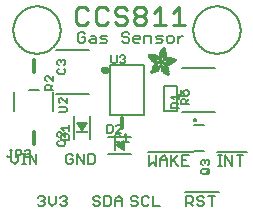
<source format=gbr>
G04 EAGLE Gerber RS-274X export*
G75*
%MOMM*%
%FSLAX34Y34*%
%LPD*%
%INSilkscreen Top*%
%IPPOS*%
%AMOC8*
5,1,8,0,0,1.08239X$1,22.5*%
G01*
%ADD10C,0.152400*%
%ADD11C,0.254000*%
%ADD12C,0.127000*%
%ADD13C,0.203200*%
%ADD14C,0.304800*%
%ADD15R,0.034300X0.003800*%
%ADD16R,0.057200X0.003800*%
%ADD17R,0.076200X0.003800*%
%ADD18R,0.091400X0.003800*%
%ADD19R,0.102900X0.003800*%
%ADD20R,0.114300X0.003900*%
%ADD21R,0.129500X0.003800*%
%ADD22R,0.137200X0.003800*%
%ADD23R,0.144800X0.003800*%
%ADD24R,0.152400X0.003800*%
%ADD25R,0.160000X0.003800*%
%ADD26R,0.171500X0.003800*%
%ADD27R,0.175300X0.003800*%
%ADD28R,0.182900X0.003800*%
%ADD29R,0.190500X0.003800*%
%ADD30R,0.194300X0.003900*%
%ADD31R,0.201900X0.003800*%
%ADD32R,0.209500X0.003800*%
%ADD33R,0.213400X0.003800*%
%ADD34R,0.221000X0.003800*%
%ADD35R,0.224800X0.003800*%
%ADD36R,0.232400X0.003800*%
%ADD37R,0.240000X0.003800*%
%ADD38R,0.243800X0.003800*%
%ADD39R,0.247600X0.003800*%
%ADD40R,0.255300X0.003900*%
%ADD41R,0.259100X0.003800*%
%ADD42R,0.262900X0.003800*%
%ADD43R,0.270500X0.003800*%
%ADD44R,0.274300X0.003800*%
%ADD45R,0.281900X0.003800*%
%ADD46R,0.285700X0.003800*%
%ADD47R,0.289500X0.003800*%
%ADD48R,0.297200X0.003800*%
%ADD49R,0.301000X0.003800*%
%ADD50R,0.304800X0.003900*%
%ADD51R,0.312400X0.003800*%
%ADD52R,0.316200X0.003800*%
%ADD53R,0.320000X0.003800*%
%ADD54R,0.327600X0.003800*%
%ADD55R,0.331500X0.003800*%
%ADD56R,0.339100X0.003800*%
%ADD57R,0.342900X0.003800*%
%ADD58R,0.346700X0.003800*%
%ADD59R,0.354300X0.003800*%
%ADD60R,0.358100X0.003900*%
%ADD61R,0.361900X0.003800*%
%ADD62R,0.369600X0.003800*%
%ADD63R,0.373400X0.003800*%
%ADD64R,0.377200X0.003800*%
%ADD65R,0.384800X0.003800*%
%ADD66R,0.388600X0.003800*%
%ADD67R,0.396200X0.003800*%
%ADD68R,0.400000X0.003800*%
%ADD69R,0.403800X0.003800*%
%ADD70R,0.411500X0.003900*%
%ADD71R,0.415300X0.003800*%
%ADD72R,0.419100X0.003800*%
%ADD73R,0.045700X0.003800*%
%ADD74R,0.426700X0.003800*%
%ADD75R,0.072400X0.003800*%
%ADD76R,0.430500X0.003800*%
%ADD77R,0.095300X0.003800*%
%ADD78R,0.438100X0.003800*%
%ADD79R,0.110500X0.003800*%
%ADD80R,0.441900X0.003800*%
%ADD81R,0.445800X0.003800*%
%ADD82R,0.144700X0.003800*%
%ADD83R,0.453400X0.003800*%
%ADD84R,0.457200X0.003800*%
%ADD85R,0.175300X0.003900*%
%ADD86R,0.461000X0.003900*%
%ADD87R,0.468600X0.003800*%
%ADD88R,0.205800X0.003800*%
%ADD89R,0.472400X0.003800*%
%ADD90R,0.217200X0.003800*%
%ADD91R,0.476200X0.003800*%
%ADD92R,0.483900X0.003800*%
%ADD93R,0.247700X0.003800*%
%ADD94R,0.487700X0.003800*%
%ADD95R,0.495300X0.003800*%
%ADD96R,0.499100X0.003800*%
%ADD97R,0.502900X0.003800*%
%ADD98R,0.510500X0.003800*%
%ADD99R,0.308600X0.003900*%
%ADD100R,0.514300X0.003900*%
%ADD101R,0.323800X0.003800*%
%ADD102R,0.518100X0.003800*%
%ADD103R,0.335300X0.003800*%
%ADD104R,0.525800X0.003800*%
%ADD105R,0.529600X0.003800*%
%ADD106R,0.358100X0.003800*%
%ADD107R,0.533400X0.003800*%
%ADD108R,0.537200X0.003800*%
%ADD109R,0.381000X0.003800*%
%ADD110R,0.544800X0.003800*%
%ADD111R,0.392400X0.003800*%
%ADD112R,0.548600X0.003800*%
%ADD113R,0.552400X0.003800*%
%ADD114R,0.556200X0.003800*%
%ADD115R,0.422900X0.003900*%
%ADD116R,0.560100X0.003900*%
%ADD117R,0.434300X0.003800*%
%ADD118R,0.563900X0.003800*%
%ADD119R,0.567700X0.003800*%
%ADD120R,0.461000X0.003800*%
%ADD121R,0.571500X0.003800*%
%ADD122R,0.575300X0.003800*%
%ADD123R,0.480100X0.003800*%
%ADD124R,0.579100X0.003800*%
%ADD125R,0.491500X0.003800*%
%ADD126R,0.582900X0.003800*%
%ADD127R,0.586700X0.003800*%
%ADD128R,0.510600X0.003800*%
%ADD129R,0.590500X0.003800*%
%ADD130R,0.522000X0.003800*%
%ADD131R,0.594300X0.003800*%
%ADD132R,0.533400X0.003900*%
%ADD133R,0.598200X0.003900*%
%ADD134R,0.541000X0.003800*%
%ADD135R,0.602000X0.003800*%
%ADD136R,0.552500X0.003800*%
%ADD137R,0.605800X0.003800*%
%ADD138R,0.560100X0.003800*%
%ADD139R,0.609600X0.003800*%
%ADD140R,0.613400X0.003800*%
%ADD141R,0.583000X0.003800*%
%ADD142R,0.617200X0.003800*%
%ADD143R,0.594400X0.003800*%
%ADD144R,0.621000X0.003800*%
%ADD145R,0.598200X0.003800*%
%ADD146R,0.624800X0.003800*%
%ADD147R,0.613500X0.003900*%
%ADD148R,0.628600X0.003900*%
%ADD149R,0.632400X0.003800*%
%ADD150R,0.628600X0.003800*%
%ADD151R,0.636300X0.003800*%
%ADD152R,0.640100X0.003800*%
%ADD153R,0.636200X0.003800*%
%ADD154R,0.643900X0.003800*%
%ADD155R,0.647700X0.003800*%
%ADD156R,0.651500X0.003800*%
%ADD157R,0.659100X0.003800*%
%ADD158R,0.659100X0.003900*%
%ADD159R,0.655300X0.003900*%
%ADD160R,0.662900X0.003800*%
%ADD161R,0.655300X0.003800*%
%ADD162R,0.670500X0.003800*%
%ADD163R,0.670600X0.003800*%
%ADD164R,0.674400X0.003800*%
%ADD165R,0.682000X0.003800*%
%ADD166R,0.666700X0.003800*%
%ADD167R,0.685800X0.003800*%
%ADD168R,0.689600X0.003800*%
%ADD169R,0.693400X0.003900*%
%ADD170R,0.674400X0.003900*%
%ADD171R,0.697200X0.003800*%
%ADD172R,0.678200X0.003800*%
%ADD173R,0.697300X0.003800*%
%ADD174R,0.701100X0.003800*%
%ADD175R,0.704900X0.003800*%
%ADD176R,0.708700X0.003800*%
%ADD177R,0.712500X0.003800*%
%ADD178R,0.716300X0.003800*%
%ADD179R,0.720100X0.003900*%
%ADD180R,0.689600X0.003900*%
%ADD181R,0.720000X0.003800*%
%ADD182R,0.693400X0.003800*%
%ADD183R,0.723900X0.003800*%
%ADD184R,0.727700X0.003800*%
%ADD185R,0.731500X0.003800*%
%ADD186R,0.701000X0.003800*%
%ADD187R,0.735300X0.003800*%
%ADD188R,0.731500X0.003900*%
%ADD189R,0.701000X0.003900*%
%ADD190R,0.704800X0.003800*%
%ADD191R,0.739100X0.003800*%
%ADD192R,0.743000X0.003800*%
%ADD193R,0.739200X0.003800*%
%ADD194R,0.743000X0.003900*%
%ADD195R,0.704800X0.003900*%
%ADD196R,0.746800X0.003800*%
%ADD197R,0.746800X0.003900*%
%ADD198R,0.742900X0.003800*%
%ADD199R,0.746700X0.003800*%
%ADD200R,0.746700X0.003900*%
%ADD201R,1.428800X0.003800*%
%ADD202R,1.424900X0.003800*%
%ADD203R,1.421100X0.003900*%
%ADD204R,1.421100X0.003800*%
%ADD205R,1.417300X0.003800*%
%ADD206R,1.413500X0.003800*%
%ADD207R,1.409700X0.003800*%
%ADD208R,1.405900X0.003800*%
%ADD209R,1.402100X0.003800*%
%ADD210R,1.398300X0.003800*%
%ADD211R,0.983000X0.003900*%
%ADD212R,0.384800X0.003900*%
%ADD213R,0.971600X0.003800*%
%ADD214R,0.963900X0.003800*%
%ADD215R,0.956300X0.003800*%
%ADD216R,0.365800X0.003800*%
%ADD217R,0.952500X0.003800*%
%ADD218R,0.941000X0.003800*%
%ADD219R,0.358200X0.003800*%
%ADD220R,0.937200X0.003800*%
%ADD221R,0.933400X0.003800*%
%ADD222R,0.354400X0.003800*%
%ADD223R,0.925800X0.003800*%
%ADD224R,0.350500X0.003800*%
%ADD225R,0.922000X0.003800*%
%ADD226R,0.918200X0.003900*%
%ADD227R,0.346700X0.003900*%
%ADD228R,0.910600X0.003800*%
%ADD229R,0.906800X0.003800*%
%ADD230R,0.903000X0.003800*%
%ADD231R,0.339000X0.003800*%
%ADD232R,0.895300X0.003800*%
%ADD233R,0.335200X0.003800*%
%ADD234R,0.887700X0.003800*%
%ADD235R,0.883900X0.003800*%
%ADD236R,0.331400X0.003800*%
%ADD237R,0.880100X0.003800*%
%ADD238R,0.876300X0.003800*%
%ADD239R,0.468600X0.003900*%
%ADD240R,0.396200X0.003900*%
%ADD241R,0.323800X0.003900*%
%ADD242R,0.449600X0.003800*%
%ADD243R,0.323900X0.003800*%
%ADD244R,0.442000X0.003800*%
%ADD245R,0.434400X0.003800*%
%ADD246R,0.320100X0.003800*%
%ADD247R,0.316300X0.003800*%
%ADD248R,0.426800X0.003800*%
%ADD249R,0.327700X0.003800*%
%ADD250R,0.312500X0.003800*%
%ADD251R,0.422900X0.003800*%
%ADD252R,0.308600X0.003800*%
%ADD253R,0.293400X0.003800*%
%ADD254R,0.304800X0.003800*%
%ADD255R,0.419100X0.003900*%
%ADD256R,0.285700X0.003900*%
%ADD257R,0.301000X0.003900*%
%ADD258R,0.411500X0.003800*%
%ADD259R,0.407700X0.003800*%
%ADD260R,0.289600X0.003800*%
%ADD261R,0.285800X0.003800*%
%ADD262R,0.403900X0.003800*%
%ADD263R,0.228600X0.003800*%
%ADD264R,0.403900X0.003900*%
%ADD265R,0.221000X0.003900*%
%ADD266R,0.278100X0.003900*%
%ADD267R,0.400100X0.003800*%
%ADD268R,0.209600X0.003800*%
%ADD269R,0.266700X0.003800*%
%ADD270R,0.038100X0.003800*%
%ADD271R,0.194300X0.003800*%
%ADD272R,0.148600X0.003800*%
%ADD273R,0.259000X0.003800*%
%ADD274R,0.182800X0.003800*%
%ADD275R,0.186700X0.003800*%
%ADD276R,0.251400X0.003800*%
%ADD277R,0.179100X0.003800*%
%ADD278R,0.236200X0.003800*%
%ADD279R,0.243900X0.003900*%
%ADD280R,0.282000X0.003900*%
%ADD281R,0.167700X0.003800*%
%ADD282R,0.236300X0.003800*%
%ADD283R,0.396300X0.003800*%
%ADD284R,0.163900X0.003800*%
%ADD285R,0.392500X0.003800*%
%ADD286R,0.160100X0.003800*%
%ADD287R,0.586800X0.003800*%
%ADD288R,0.148500X0.003800*%
%ADD289R,0.140900X0.003800*%
%ADD290R,0.392400X0.003900*%
%ADD291R,0.140900X0.003900*%
%ADD292R,0.647700X0.003900*%
%ADD293R,0.133300X0.003800*%
%ADD294R,0.674300X0.003800*%
%ADD295R,0.388700X0.003800*%
%ADD296R,0.125700X0.003800*%
%ADD297R,0.121900X0.003800*%
%ADD298R,0.720100X0.003800*%
%ADD299R,0.118100X0.003800*%
%ADD300R,0.118100X0.003900*%
%ADD301R,0.739100X0.003900*%
%ADD302R,0.114300X0.003800*%
%ADD303R,0.754400X0.003800*%
%ADD304R,0.765800X0.003800*%
%ADD305R,0.773400X0.003800*%
%ADD306R,0.784800X0.003800*%
%ADD307R,0.118200X0.003800*%
%ADD308R,0.792500X0.003800*%
%ADD309R,0.803900X0.003800*%
%ADD310R,0.122000X0.003800*%
%ADD311R,0.815400X0.003800*%
%ADD312R,0.125800X0.003800*%
%ADD313R,0.826800X0.003800*%
%ADD314R,0.369500X0.003900*%
%ADD315R,0.133400X0.003900*%
%ADD316R,0.842000X0.003900*%
%ADD317R,0.365700X0.003800*%
%ADD318R,1.009700X0.003800*%
%ADD319R,1.013500X0.003800*%
%ADD320R,0.362000X0.003800*%
%ADD321R,1.024900X0.003800*%
%ADD322R,1.028700X0.003800*%
%ADD323R,1.036300X0.003800*%
%ADD324R,1.047800X0.003800*%
%ADD325R,1.055400X0.003800*%
%ADD326R,1.070600X0.003800*%
%ADD327R,0.030500X0.003800*%
%ADD328R,1.436400X0.003800*%
%ADD329R,1.562100X0.003900*%
%ADD330R,1.588700X0.003800*%
%ADD331R,1.607800X0.003800*%
%ADD332R,1.626900X0.003800*%
%ADD333R,1.642100X0.003800*%
%ADD334R,1.657400X0.003800*%
%ADD335R,1.676400X0.003800*%
%ADD336R,1.687800X0.003800*%
%ADD337R,1.703000X0.003800*%
%ADD338R,1.714500X0.003800*%
%ADD339R,1.726000X0.003900*%
%ADD340R,1.741200X0.003800*%
%ADD341R,0.914400X0.003800*%
%ADD342R,0.769600X0.003800*%
%ADD343R,0.884000X0.003800*%
%ADD344R,0.712400X0.003800*%
%ADD345R,0.880100X0.003900*%
%ADD346R,0.887800X0.003800*%
%ADD347R,0.891600X0.003800*%
%ADD348R,0.895400X0.003800*%
%ADD349R,0.251500X0.003800*%
%ADD350R,0.579200X0.003900*%
%ADD351R,0.243900X0.003800*%
%ADD352R,0.556300X0.003800*%
%ADD353R,0.255200X0.003800*%
%ADD354R,0.529500X0.003800*%
%ADD355R,0.731600X0.003800*%
%ADD356R,0.525800X0.003900*%
%ADD357R,0.281900X0.003900*%
%ADD358R,0.735400X0.003900*%
%ADD359R,0.300900X0.003800*%
%ADD360R,0.762000X0.003800*%
%ADD361R,0.518200X0.003800*%
%ADD362R,0.350600X0.003800*%
%ADD363R,0.796300X0.003800*%
%ADD364R,0.807800X0.003800*%
%ADD365R,0.506700X0.003800*%
%ADD366R,0.849600X0.003800*%
%ADD367R,0.506700X0.003900*%
%ADD368R,1.371600X0.003900*%
%ADD369R,1.207800X0.003800*%
%ADD370R,0.503000X0.003800*%
%ADD371R,0.141000X0.003800*%
%ADD372R,1.203900X0.003800*%
%ADD373R,1.204000X0.003800*%
%ADD374R,1.200200X0.003800*%
%ADD375R,0.499100X0.003900*%
%ADD376R,0.156200X0.003900*%
%ADD377R,1.196400X0.003900*%
%ADD378R,1.196400X0.003800*%
%ADD379R,0.163800X0.003800*%
%ADD380R,0.167600X0.003800*%
%ADD381R,1.192500X0.003800*%
%ADD382R,0.499200X0.003800*%
%ADD383R,1.188700X0.003800*%
%ADD384R,0.506800X0.003800*%
%ADD385R,1.184900X0.003800*%
%ADD386R,0.510600X0.003900*%
%ADD387R,0.209600X0.003900*%
%ADD388R,1.181100X0.003900*%
%ADD389R,0.514400X0.003800*%
%ADD390R,1.181100X0.003800*%
%ADD391R,1.177300X0.003800*%
%ADD392R,0.240100X0.003800*%
%ADD393R,1.173500X0.003800*%
%ADD394R,1.169700X0.003800*%
%ADD395R,1.165900X0.003800*%
%ADD396R,1.162100X0.003800*%
%ADD397R,0.929700X0.003900*%
%ADD398R,1.162100X0.003900*%
%ADD399R,0.929700X0.003800*%
%ADD400R,1.154500X0.003800*%
%ADD401R,0.933500X0.003800*%
%ADD402R,1.150600X0.003800*%
%ADD403R,0.937300X0.003800*%
%ADD404R,1.146800X0.003800*%
%ADD405R,0.941100X0.003800*%
%ADD406R,1.139200X0.003800*%
%ADD407R,0.944900X0.003800*%
%ADD408R,1.135400X0.003800*%
%ADD409R,0.948700X0.003800*%
%ADD410R,1.127800X0.003800*%
%ADD411R,1.124000X0.003800*%
%ADD412R,1.116400X0.003800*%
%ADD413R,0.956300X0.003900*%
%ADD414R,1.104900X0.003900*%
%ADD415R,0.960100X0.003800*%
%ADD416R,1.093500X0.003800*%
%ADD417R,1.085900X0.003800*%
%ADD418R,0.967800X0.003800*%
%ADD419R,1.074500X0.003800*%
%ADD420R,1.063000X0.003800*%
%ADD421R,0.975400X0.003800*%
%ADD422R,1.036400X0.003800*%
%ADD423R,0.979200X0.003800*%
%ADD424R,1.021000X0.003800*%
%ADD425R,0.983000X0.003800*%
%ADD426R,1.009600X0.003800*%
%ADD427R,0.986800X0.003800*%
%ADD428R,0.998200X0.003800*%
%ADD429R,0.990600X0.003900*%
%ADD430R,0.986700X0.003900*%
%ADD431R,0.994400X0.003800*%
%ADD432R,0.975300X0.003800*%
%ADD433R,0.948600X0.003800*%
%ADD434R,1.002000X0.003800*%
%ADD435R,0.213300X0.003800*%
%ADD436R,0.217100X0.003800*%
%ADD437R,1.017300X0.003800*%
%ADD438R,0.666800X0.003800*%
%ADD439R,0.220900X0.003800*%
%ADD440R,1.028700X0.003900*%
%ADD441R,0.224700X0.003900*%
%ADD442R,1.032500X0.003800*%
%ADD443R,1.040100X0.003800*%
%ADD444R,1.043900X0.003800*%
%ADD445R,0.548700X0.003800*%
%ADD446R,1.051500X0.003800*%
%ADD447R,1.055300X0.003800*%
%ADD448R,1.059100X0.003800*%
%ADD449R,1.062900X0.003800*%
%ADD450R,0.255300X0.003800*%
%ADD451R,1.066800X0.003900*%
%ADD452R,0.259100X0.003900*%
%ADD453R,0.457200X0.003900*%
%ADD454R,0.423000X0.003800*%
%ADD455R,1.082100X0.003800*%
%ADD456R,0.274400X0.003800*%
%ADD457R,0.278200X0.003800*%
%ADD458R,1.101100X0.003800*%
%ADD459R,0.278100X0.003800*%
%ADD460R,0.876300X0.003900*%
%ADD461R,0.236200X0.003900*%
%ADD462R,0.289600X0.003900*%
%ADD463R,0.247700X0.003900*%
%ADD464R,0.049500X0.003800*%
%ADD465R,0.640100X0.003900*%
%ADD466R,0.659200X0.003800*%
%ADD467R,0.663000X0.003800*%
%ADD468R,0.872500X0.003900*%
%ADD469R,0.666800X0.003900*%
%ADD470R,0.872500X0.003800*%
%ADD471R,0.868700X0.003800*%
%ADD472R,0.864900X0.003800*%
%ADD473R,0.861100X0.003800*%
%ADD474R,0.857300X0.003800*%
%ADD475R,0.853400X0.003800*%
%ADD476R,0.845800X0.003800*%
%ADD477R,0.682000X0.003900*%
%ADD478R,0.842000X0.003800*%
%ADD479R,0.834400X0.003800*%
%ADD480R,0.823000X0.003800*%
%ADD481R,0.815300X0.003800*%
%ADD482R,0.811500X0.003800*%
%ADD483R,0.788700X0.003800*%
%ADD484R,0.777300X0.003900*%
%ADD485R,0.750600X0.003800*%
%ADD486R,0.735400X0.003800*%
%ADD487R,0.727800X0.003800*%
%ADD488R,0.628700X0.003800*%
%ADD489R,0.575400X0.003800*%
%ADD490R,0.670600X0.003900*%
%ADD491R,0.655400X0.003800*%
%ADD492R,0.651500X0.003900*%
%ADD493R,0.624800X0.003900*%
%ADD494R,0.594400X0.003900*%
%ADD495R,0.563900X0.003900*%
%ADD496R,0.541100X0.003800*%
%ADD497R,0.537300X0.003800*%
%ADD498R,0.525700X0.003800*%
%ADD499R,0.525700X0.003900*%
%ADD500R,0.514300X0.003800*%
%ADD501R,0.480100X0.003900*%
%ADD502R,0.464800X0.003800*%
%ADD503R,0.442000X0.003900*%
%ADD504R,0.438200X0.003800*%
%ADD505R,0.430600X0.003800*%
%ADD506R,0.407600X0.003800*%
%ADD507R,0.403800X0.003900*%
%ADD508R,0.365700X0.003900*%
%ADD509R,0.327700X0.003900*%
%ADD510R,0.243800X0.003900*%
%ADD511R,0.205800X0.003900*%
%ADD512R,0.198100X0.003800*%
%ADD513R,0.163800X0.003900*%
%ADD514R,0.137100X0.003800*%
%ADD515R,0.091500X0.003900*%
%ADD516R,0.060900X0.003800*%
%ADD517C,0.406400*%
%ADD518R,1.000000X0.200000*%
%ADD519R,0.200000X1.000000*%

G36*
X63616Y67845D02*
X63616Y67845D01*
X63643Y67845D01*
X63754Y67877D01*
X63867Y67903D01*
X63890Y67916D01*
X63916Y67924D01*
X64014Y67986D01*
X64115Y68042D01*
X64131Y68060D01*
X64156Y68075D01*
X64341Y68283D01*
X64345Y68287D01*
X66345Y71287D01*
X66376Y71351D01*
X66416Y71411D01*
X66437Y71479D01*
X66468Y71543D01*
X66480Y71614D01*
X66501Y71682D01*
X66503Y71753D01*
X66515Y71824D01*
X66507Y71895D01*
X66509Y71966D01*
X66491Y72035D01*
X66482Y72106D01*
X66455Y72172D01*
X66437Y72241D01*
X66400Y72302D01*
X66373Y72368D01*
X66328Y72424D01*
X66292Y72486D01*
X66240Y72535D01*
X66195Y72590D01*
X66137Y72631D01*
X66084Y72680D01*
X66021Y72713D01*
X65963Y72754D01*
X65895Y72777D01*
X65831Y72810D01*
X65772Y72820D01*
X65694Y72847D01*
X65575Y72853D01*
X65500Y72865D01*
X61500Y72865D01*
X61429Y72855D01*
X61357Y72855D01*
X61289Y72835D01*
X61219Y72825D01*
X61153Y72796D01*
X61084Y72776D01*
X61024Y72738D01*
X60959Y72709D01*
X60904Y72663D01*
X60844Y72625D01*
X60796Y72572D01*
X60742Y72526D01*
X60702Y72466D01*
X60655Y72412D01*
X60624Y72348D01*
X60585Y72289D01*
X60563Y72221D01*
X60532Y72156D01*
X60520Y72086D01*
X60499Y72018D01*
X60497Y71946D01*
X60485Y71876D01*
X60493Y71805D01*
X60491Y71734D01*
X60510Y71664D01*
X60518Y71593D01*
X60543Y71538D01*
X60563Y71459D01*
X60624Y71356D01*
X60655Y71287D01*
X62655Y68287D01*
X62732Y68200D01*
X62805Y68110D01*
X62827Y68095D01*
X62845Y68075D01*
X62942Y68013D01*
X63037Y67946D01*
X63063Y67938D01*
X63085Y67923D01*
X63196Y67891D01*
X63306Y67853D01*
X63333Y67852D01*
X63358Y67845D01*
X63474Y67845D01*
X63590Y67839D01*
X63616Y67845D01*
G37*
G36*
X97295Y51603D02*
X97295Y51603D01*
X97366Y51601D01*
X97435Y51619D01*
X97506Y51628D01*
X97572Y51655D01*
X97641Y51673D01*
X97702Y51710D01*
X97768Y51737D01*
X97824Y51782D01*
X97886Y51819D01*
X97935Y51870D01*
X97990Y51915D01*
X98031Y51974D01*
X98080Y52026D01*
X98113Y52089D01*
X98154Y52147D01*
X98177Y52215D01*
X98210Y52279D01*
X98220Y52338D01*
X98247Y52416D01*
X98253Y52535D01*
X98265Y52610D01*
X98265Y56610D01*
X98255Y56681D01*
X98255Y56753D01*
X98235Y56821D01*
X98225Y56892D01*
X98196Y56957D01*
X98176Y57026D01*
X98138Y57086D01*
X98109Y57151D01*
X98063Y57206D01*
X98025Y57266D01*
X97972Y57314D01*
X97926Y57368D01*
X97866Y57408D01*
X97812Y57455D01*
X97748Y57486D01*
X97689Y57526D01*
X97621Y57547D01*
X97556Y57578D01*
X97486Y57590D01*
X97418Y57611D01*
X97346Y57613D01*
X97276Y57625D01*
X97205Y57617D01*
X97134Y57619D01*
X97064Y57600D01*
X96993Y57592D01*
X96938Y57567D01*
X96859Y57547D01*
X96756Y57486D01*
X96687Y57455D01*
X93687Y55455D01*
X93600Y55378D01*
X93510Y55305D01*
X93495Y55283D01*
X93475Y55265D01*
X93413Y55168D01*
X93346Y55073D01*
X93338Y55047D01*
X93323Y55025D01*
X93291Y54914D01*
X93253Y54804D01*
X93252Y54777D01*
X93245Y54752D01*
X93245Y54636D01*
X93239Y54520D01*
X93245Y54494D01*
X93245Y54467D01*
X93277Y54356D01*
X93303Y54243D01*
X93316Y54220D01*
X93324Y54194D01*
X93386Y54096D01*
X93442Y53995D01*
X93460Y53979D01*
X93475Y53954D01*
X93683Y53769D01*
X93687Y53765D01*
X96687Y51765D01*
X96751Y51734D01*
X96811Y51695D01*
X96879Y51673D01*
X96943Y51642D01*
X97014Y51630D01*
X97082Y51609D01*
X97153Y51607D01*
X97224Y51595D01*
X97295Y51603D01*
G37*
D10*
X3528Y47505D02*
X3528Y41743D01*
X6410Y38862D01*
X9291Y41743D01*
X9291Y47505D01*
X12884Y38862D02*
X15765Y38862D01*
X14324Y38862D02*
X14324Y47505D01*
X12884Y47505D02*
X15765Y47505D01*
X19120Y47505D02*
X19120Y38862D01*
X24883Y38862D02*
X19120Y47505D01*
X24883Y47505D02*
X24883Y38862D01*
X27540Y11945D02*
X26099Y10505D01*
X27540Y11945D02*
X30421Y11945D01*
X31861Y10505D01*
X31861Y9064D01*
X30421Y7624D01*
X28980Y7624D01*
X30421Y7624D02*
X31861Y6183D01*
X31861Y4743D01*
X30421Y3302D01*
X27540Y3302D01*
X26099Y4743D01*
X35454Y6183D02*
X35454Y11945D01*
X35454Y6183D02*
X38336Y3302D01*
X41217Y6183D01*
X41217Y11945D01*
X44810Y10505D02*
X46250Y11945D01*
X49131Y11945D01*
X50572Y10505D01*
X50572Y9064D01*
X49131Y7624D01*
X47691Y7624D01*
X49131Y7624D02*
X50572Y6183D01*
X50572Y4743D01*
X49131Y3302D01*
X46250Y3302D01*
X44810Y4743D01*
X55991Y46065D02*
X54551Y47505D01*
X51670Y47505D01*
X50229Y46065D01*
X50229Y40303D01*
X51670Y38862D01*
X54551Y38862D01*
X55991Y40303D01*
X55991Y43184D01*
X53110Y43184D01*
X59584Y47505D02*
X59584Y38862D01*
X65347Y38862D02*
X59584Y47505D01*
X65347Y47505D02*
X65347Y38862D01*
X68940Y38862D02*
X68940Y47505D01*
X68940Y38862D02*
X73261Y38862D01*
X74702Y40303D01*
X74702Y46065D01*
X73261Y47505D01*
X68940Y47505D01*
X77411Y11945D02*
X78851Y10505D01*
X77411Y11945D02*
X74530Y11945D01*
X73089Y10505D01*
X73089Y9064D01*
X74530Y7624D01*
X77411Y7624D01*
X78851Y6183D01*
X78851Y4743D01*
X77411Y3302D01*
X74530Y3302D01*
X73089Y4743D01*
X82444Y3302D02*
X82444Y11945D01*
X82444Y3302D02*
X86766Y3302D01*
X88207Y4743D01*
X88207Y10505D01*
X86766Y11945D01*
X82444Y11945D01*
X91800Y9064D02*
X91800Y3302D01*
X91800Y9064D02*
X94681Y11945D01*
X97562Y9064D01*
X97562Y3302D01*
X97562Y7624D02*
X91800Y7624D01*
X109161Y11945D02*
X110601Y10505D01*
X109161Y11945D02*
X106280Y11945D01*
X104839Y10505D01*
X104839Y9064D01*
X106280Y7624D01*
X109161Y7624D01*
X110601Y6183D01*
X110601Y4743D01*
X109161Y3302D01*
X106280Y3302D01*
X104839Y4743D01*
X118516Y11945D02*
X119957Y10505D01*
X118516Y11945D02*
X115635Y11945D01*
X114194Y10505D01*
X114194Y4743D01*
X115635Y3302D01*
X118516Y3302D01*
X119957Y4743D01*
X123550Y3302D02*
X123550Y11945D01*
X123550Y3302D02*
X129312Y3302D01*
X119720Y49276D02*
X157140Y49276D01*
X120482Y46235D02*
X120482Y37592D01*
X123363Y40473D01*
X126244Y37592D01*
X126244Y46235D01*
X129837Y43354D02*
X129837Y37592D01*
X129837Y43354D02*
X132718Y46235D01*
X135599Y43354D01*
X135599Y37592D01*
X135599Y41914D02*
X129837Y41914D01*
X139192Y46235D02*
X139192Y37592D01*
X139192Y40473D02*
X144954Y46235D01*
X140633Y41914D02*
X144954Y37592D01*
X148547Y46235D02*
X154309Y46235D01*
X148547Y46235D02*
X148547Y37592D01*
X154309Y37592D01*
X151428Y41914D02*
X148547Y41914D01*
X151067Y14986D02*
X179133Y14986D01*
X151829Y11945D02*
X151829Y3302D01*
X151829Y11945D02*
X156151Y11945D01*
X157591Y10505D01*
X157591Y7624D01*
X156151Y6183D01*
X151829Y6183D01*
X154710Y6183D02*
X157591Y3302D01*
X165506Y11945D02*
X166947Y10505D01*
X165506Y11945D02*
X162625Y11945D01*
X161184Y10505D01*
X161184Y9064D01*
X162625Y7624D01*
X165506Y7624D01*
X166947Y6183D01*
X166947Y4743D01*
X165506Y3302D01*
X162625Y3302D01*
X161184Y4743D01*
X173421Y3302D02*
X173421Y11945D01*
X170540Y11945D02*
X176302Y11945D01*
X178026Y49276D02*
X202974Y49276D01*
X181670Y37592D02*
X178788Y37592D01*
X180229Y37592D02*
X180229Y46235D01*
X178788Y46235D02*
X181670Y46235D01*
X185025Y46235D02*
X185025Y37592D01*
X190787Y37592D02*
X185025Y46235D01*
X190787Y46235D02*
X190787Y37592D01*
X197262Y37592D02*
X197262Y46235D01*
X200143Y46235D02*
X194380Y46235D01*
D11*
X69004Y168921D02*
X66462Y171463D01*
X61377Y171463D01*
X58835Y168921D01*
X58835Y158752D01*
X61377Y156210D01*
X66462Y156210D01*
X69004Y158752D01*
X82833Y171463D02*
X85376Y168921D01*
X82833Y171463D02*
X77749Y171463D01*
X75207Y168921D01*
X75207Y158752D01*
X77749Y156210D01*
X82833Y156210D01*
X85376Y158752D01*
X99205Y171463D02*
X101747Y168921D01*
X99205Y171463D02*
X94121Y171463D01*
X91578Y168921D01*
X91578Y166379D01*
X94121Y163837D01*
X99205Y163837D01*
X101747Y161294D01*
X101747Y158752D01*
X99205Y156210D01*
X94121Y156210D01*
X91578Y158752D01*
X107950Y168921D02*
X110492Y171463D01*
X115576Y171463D01*
X118119Y168921D01*
X118119Y166379D01*
X115576Y163837D01*
X118119Y161294D01*
X118119Y158752D01*
X115576Y156210D01*
X110492Y156210D01*
X107950Y158752D01*
X107950Y161294D01*
X110492Y163837D01*
X107950Y166379D01*
X107950Y168921D01*
X110492Y163837D02*
X115576Y163837D01*
X124322Y166379D02*
X129406Y171463D01*
X129406Y156210D01*
X124322Y156210D02*
X134490Y156210D01*
X140693Y166379D02*
X145777Y171463D01*
X145777Y156210D01*
X140693Y156210D02*
X150862Y156210D01*
D12*
X66257Y149020D02*
X64774Y150503D01*
X61808Y150503D01*
X60325Y149020D01*
X60325Y143088D01*
X61808Y141605D01*
X64774Y141605D01*
X66257Y143088D01*
X66257Y146054D01*
X63291Y146054D01*
X71163Y147537D02*
X74129Y147537D01*
X75612Y146054D01*
X75612Y141605D01*
X71163Y141605D01*
X69680Y143088D01*
X71163Y144571D01*
X75612Y144571D01*
X79035Y141605D02*
X83484Y141605D01*
X84967Y143088D01*
X83484Y144571D01*
X80518Y144571D01*
X79035Y146054D01*
X80518Y147537D01*
X84967Y147537D01*
X102195Y150503D02*
X103677Y149020D01*
X102195Y150503D02*
X99229Y150503D01*
X97746Y149020D01*
X97746Y147537D01*
X99229Y146054D01*
X102195Y146054D01*
X103677Y144571D01*
X103677Y143088D01*
X102195Y141605D01*
X99229Y141605D01*
X97746Y143088D01*
X108584Y141605D02*
X111550Y141605D01*
X108584Y141605D02*
X107101Y143088D01*
X107101Y146054D01*
X108584Y147537D01*
X111550Y147537D01*
X113033Y146054D01*
X113033Y144571D01*
X107101Y144571D01*
X116456Y141605D02*
X116456Y147537D01*
X120905Y147537D01*
X122388Y146054D01*
X122388Y141605D01*
X125811Y141605D02*
X130260Y141605D01*
X131743Y143088D01*
X130260Y144571D01*
X127294Y144571D01*
X125811Y146054D01*
X127294Y147537D01*
X131743Y147537D01*
X136649Y141605D02*
X139615Y141605D01*
X141098Y143088D01*
X141098Y146054D01*
X139615Y147537D01*
X136649Y147537D01*
X135167Y146054D01*
X135167Y143088D01*
X136649Y141605D01*
X144522Y141605D02*
X144522Y147537D01*
X144522Y144571D02*
X147488Y147537D01*
X148970Y147537D01*
D13*
X5400Y152400D02*
X5406Y152891D01*
X5424Y153381D01*
X5454Y153871D01*
X5496Y154360D01*
X5550Y154848D01*
X5616Y155335D01*
X5694Y155819D01*
X5784Y156302D01*
X5886Y156782D01*
X5999Y157260D01*
X6124Y157734D01*
X6261Y158206D01*
X6409Y158674D01*
X6569Y159138D01*
X6740Y159598D01*
X6922Y160054D01*
X7116Y160505D01*
X7320Y160951D01*
X7536Y161392D01*
X7762Y161828D01*
X7998Y162258D01*
X8245Y162682D01*
X8503Y163100D01*
X8771Y163511D01*
X9048Y163916D01*
X9336Y164314D01*
X9633Y164705D01*
X9940Y165088D01*
X10256Y165463D01*
X10581Y165831D01*
X10915Y166191D01*
X11258Y166542D01*
X11609Y166885D01*
X11969Y167219D01*
X12337Y167544D01*
X12712Y167860D01*
X13095Y168167D01*
X13486Y168464D01*
X13884Y168752D01*
X14289Y169029D01*
X14700Y169297D01*
X15118Y169555D01*
X15542Y169802D01*
X15972Y170038D01*
X16408Y170264D01*
X16849Y170480D01*
X17295Y170684D01*
X17746Y170878D01*
X18202Y171060D01*
X18662Y171231D01*
X19126Y171391D01*
X19594Y171539D01*
X20066Y171676D01*
X20540Y171801D01*
X21018Y171914D01*
X21498Y172016D01*
X21981Y172106D01*
X22465Y172184D01*
X22952Y172250D01*
X23440Y172304D01*
X23929Y172346D01*
X24419Y172376D01*
X24909Y172394D01*
X25400Y172400D01*
X25891Y172394D01*
X26381Y172376D01*
X26871Y172346D01*
X27360Y172304D01*
X27848Y172250D01*
X28335Y172184D01*
X28819Y172106D01*
X29302Y172016D01*
X29782Y171914D01*
X30260Y171801D01*
X30734Y171676D01*
X31206Y171539D01*
X31674Y171391D01*
X32138Y171231D01*
X32598Y171060D01*
X33054Y170878D01*
X33505Y170684D01*
X33951Y170480D01*
X34392Y170264D01*
X34828Y170038D01*
X35258Y169802D01*
X35682Y169555D01*
X36100Y169297D01*
X36511Y169029D01*
X36916Y168752D01*
X37314Y168464D01*
X37705Y168167D01*
X38088Y167860D01*
X38463Y167544D01*
X38831Y167219D01*
X39191Y166885D01*
X39542Y166542D01*
X39885Y166191D01*
X40219Y165831D01*
X40544Y165463D01*
X40860Y165088D01*
X41167Y164705D01*
X41464Y164314D01*
X41752Y163916D01*
X42029Y163511D01*
X42297Y163100D01*
X42555Y162682D01*
X42802Y162258D01*
X43038Y161828D01*
X43264Y161392D01*
X43480Y160951D01*
X43684Y160505D01*
X43878Y160054D01*
X44060Y159598D01*
X44231Y159138D01*
X44391Y158674D01*
X44539Y158206D01*
X44676Y157734D01*
X44801Y157260D01*
X44914Y156782D01*
X45016Y156302D01*
X45106Y155819D01*
X45184Y155335D01*
X45250Y154848D01*
X45304Y154360D01*
X45346Y153871D01*
X45376Y153381D01*
X45394Y152891D01*
X45400Y152400D01*
X45394Y151909D01*
X45376Y151419D01*
X45346Y150929D01*
X45304Y150440D01*
X45250Y149952D01*
X45184Y149465D01*
X45106Y148981D01*
X45016Y148498D01*
X44914Y148018D01*
X44801Y147540D01*
X44676Y147066D01*
X44539Y146594D01*
X44391Y146126D01*
X44231Y145662D01*
X44060Y145202D01*
X43878Y144746D01*
X43684Y144295D01*
X43480Y143849D01*
X43264Y143408D01*
X43038Y142972D01*
X42802Y142542D01*
X42555Y142118D01*
X42297Y141700D01*
X42029Y141289D01*
X41752Y140884D01*
X41464Y140486D01*
X41167Y140095D01*
X40860Y139712D01*
X40544Y139337D01*
X40219Y138969D01*
X39885Y138609D01*
X39542Y138258D01*
X39191Y137915D01*
X38831Y137581D01*
X38463Y137256D01*
X38088Y136940D01*
X37705Y136633D01*
X37314Y136336D01*
X36916Y136048D01*
X36511Y135771D01*
X36100Y135503D01*
X35682Y135245D01*
X35258Y134998D01*
X34828Y134762D01*
X34392Y134536D01*
X33951Y134320D01*
X33505Y134116D01*
X33054Y133922D01*
X32598Y133740D01*
X32138Y133569D01*
X31674Y133409D01*
X31206Y133261D01*
X30734Y133124D01*
X30260Y132999D01*
X29782Y132886D01*
X29302Y132784D01*
X28819Y132694D01*
X28335Y132616D01*
X27848Y132550D01*
X27360Y132496D01*
X26871Y132454D01*
X26381Y132424D01*
X25891Y132406D01*
X25400Y132400D01*
X24909Y132406D01*
X24419Y132424D01*
X23929Y132454D01*
X23440Y132496D01*
X22952Y132550D01*
X22465Y132616D01*
X21981Y132694D01*
X21498Y132784D01*
X21018Y132886D01*
X20540Y132999D01*
X20066Y133124D01*
X19594Y133261D01*
X19126Y133409D01*
X18662Y133569D01*
X18202Y133740D01*
X17746Y133922D01*
X17295Y134116D01*
X16849Y134320D01*
X16408Y134536D01*
X15972Y134762D01*
X15542Y134998D01*
X15118Y135245D01*
X14700Y135503D01*
X14289Y135771D01*
X13884Y136048D01*
X13486Y136336D01*
X13095Y136633D01*
X12712Y136940D01*
X12337Y137256D01*
X11969Y137581D01*
X11609Y137915D01*
X11258Y138258D01*
X10915Y138609D01*
X10581Y138969D01*
X10256Y139337D01*
X9940Y139712D01*
X9633Y140095D01*
X9336Y140486D01*
X9048Y140884D01*
X8771Y141289D01*
X8503Y141700D01*
X8245Y142118D01*
X7998Y142542D01*
X7762Y142972D01*
X7536Y143408D01*
X7320Y143849D01*
X7116Y144295D01*
X6922Y144746D01*
X6740Y145202D01*
X6569Y145662D01*
X6409Y146126D01*
X6261Y146594D01*
X6124Y147066D01*
X5999Y147540D01*
X5886Y148018D01*
X5784Y148498D01*
X5694Y148981D01*
X5616Y149465D01*
X5550Y149952D01*
X5496Y150440D01*
X5454Y150929D01*
X5424Y151419D01*
X5406Y151909D01*
X5400Y152400D01*
X157800Y152400D02*
X157806Y152891D01*
X157824Y153381D01*
X157854Y153871D01*
X157896Y154360D01*
X157950Y154848D01*
X158016Y155335D01*
X158094Y155819D01*
X158184Y156302D01*
X158286Y156782D01*
X158399Y157260D01*
X158524Y157734D01*
X158661Y158206D01*
X158809Y158674D01*
X158969Y159138D01*
X159140Y159598D01*
X159322Y160054D01*
X159516Y160505D01*
X159720Y160951D01*
X159936Y161392D01*
X160162Y161828D01*
X160398Y162258D01*
X160645Y162682D01*
X160903Y163100D01*
X161171Y163511D01*
X161448Y163916D01*
X161736Y164314D01*
X162033Y164705D01*
X162340Y165088D01*
X162656Y165463D01*
X162981Y165831D01*
X163315Y166191D01*
X163658Y166542D01*
X164009Y166885D01*
X164369Y167219D01*
X164737Y167544D01*
X165112Y167860D01*
X165495Y168167D01*
X165886Y168464D01*
X166284Y168752D01*
X166689Y169029D01*
X167100Y169297D01*
X167518Y169555D01*
X167942Y169802D01*
X168372Y170038D01*
X168808Y170264D01*
X169249Y170480D01*
X169695Y170684D01*
X170146Y170878D01*
X170602Y171060D01*
X171062Y171231D01*
X171526Y171391D01*
X171994Y171539D01*
X172466Y171676D01*
X172940Y171801D01*
X173418Y171914D01*
X173898Y172016D01*
X174381Y172106D01*
X174865Y172184D01*
X175352Y172250D01*
X175840Y172304D01*
X176329Y172346D01*
X176819Y172376D01*
X177309Y172394D01*
X177800Y172400D01*
X178291Y172394D01*
X178781Y172376D01*
X179271Y172346D01*
X179760Y172304D01*
X180248Y172250D01*
X180735Y172184D01*
X181219Y172106D01*
X181702Y172016D01*
X182182Y171914D01*
X182660Y171801D01*
X183134Y171676D01*
X183606Y171539D01*
X184074Y171391D01*
X184538Y171231D01*
X184998Y171060D01*
X185454Y170878D01*
X185905Y170684D01*
X186351Y170480D01*
X186792Y170264D01*
X187228Y170038D01*
X187658Y169802D01*
X188082Y169555D01*
X188500Y169297D01*
X188911Y169029D01*
X189316Y168752D01*
X189714Y168464D01*
X190105Y168167D01*
X190488Y167860D01*
X190863Y167544D01*
X191231Y167219D01*
X191591Y166885D01*
X191942Y166542D01*
X192285Y166191D01*
X192619Y165831D01*
X192944Y165463D01*
X193260Y165088D01*
X193567Y164705D01*
X193864Y164314D01*
X194152Y163916D01*
X194429Y163511D01*
X194697Y163100D01*
X194955Y162682D01*
X195202Y162258D01*
X195438Y161828D01*
X195664Y161392D01*
X195880Y160951D01*
X196084Y160505D01*
X196278Y160054D01*
X196460Y159598D01*
X196631Y159138D01*
X196791Y158674D01*
X196939Y158206D01*
X197076Y157734D01*
X197201Y157260D01*
X197314Y156782D01*
X197416Y156302D01*
X197506Y155819D01*
X197584Y155335D01*
X197650Y154848D01*
X197704Y154360D01*
X197746Y153871D01*
X197776Y153381D01*
X197794Y152891D01*
X197800Y152400D01*
X197794Y151909D01*
X197776Y151419D01*
X197746Y150929D01*
X197704Y150440D01*
X197650Y149952D01*
X197584Y149465D01*
X197506Y148981D01*
X197416Y148498D01*
X197314Y148018D01*
X197201Y147540D01*
X197076Y147066D01*
X196939Y146594D01*
X196791Y146126D01*
X196631Y145662D01*
X196460Y145202D01*
X196278Y144746D01*
X196084Y144295D01*
X195880Y143849D01*
X195664Y143408D01*
X195438Y142972D01*
X195202Y142542D01*
X194955Y142118D01*
X194697Y141700D01*
X194429Y141289D01*
X194152Y140884D01*
X193864Y140486D01*
X193567Y140095D01*
X193260Y139712D01*
X192944Y139337D01*
X192619Y138969D01*
X192285Y138609D01*
X191942Y138258D01*
X191591Y137915D01*
X191231Y137581D01*
X190863Y137256D01*
X190488Y136940D01*
X190105Y136633D01*
X189714Y136336D01*
X189316Y136048D01*
X188911Y135771D01*
X188500Y135503D01*
X188082Y135245D01*
X187658Y134998D01*
X187228Y134762D01*
X186792Y134536D01*
X186351Y134320D01*
X185905Y134116D01*
X185454Y133922D01*
X184998Y133740D01*
X184538Y133569D01*
X184074Y133409D01*
X183606Y133261D01*
X183134Y133124D01*
X182660Y132999D01*
X182182Y132886D01*
X181702Y132784D01*
X181219Y132694D01*
X180735Y132616D01*
X180248Y132550D01*
X179760Y132496D01*
X179271Y132454D01*
X178781Y132424D01*
X178291Y132406D01*
X177800Y132400D01*
X177309Y132406D01*
X176819Y132424D01*
X176329Y132454D01*
X175840Y132496D01*
X175352Y132550D01*
X174865Y132616D01*
X174381Y132694D01*
X173898Y132784D01*
X173418Y132886D01*
X172940Y132999D01*
X172466Y133124D01*
X171994Y133261D01*
X171526Y133409D01*
X171062Y133569D01*
X170602Y133740D01*
X170146Y133922D01*
X169695Y134116D01*
X169249Y134320D01*
X168808Y134536D01*
X168372Y134762D01*
X167942Y134998D01*
X167518Y135245D01*
X167100Y135503D01*
X166689Y135771D01*
X166284Y136048D01*
X165886Y136336D01*
X165495Y136633D01*
X165112Y136940D01*
X164737Y137256D01*
X164369Y137581D01*
X164009Y137915D01*
X163658Y138258D01*
X163315Y138609D01*
X162981Y138969D01*
X162656Y139337D01*
X162340Y139712D01*
X162033Y140095D01*
X161736Y140486D01*
X161448Y140884D01*
X161171Y141289D01*
X160903Y141700D01*
X160645Y142118D01*
X160398Y142542D01*
X160162Y142972D01*
X159936Y143408D01*
X159720Y143849D01*
X159516Y144295D01*
X159322Y144746D01*
X159140Y145202D01*
X158969Y145662D01*
X158809Y146126D01*
X158661Y146594D01*
X158524Y147066D01*
X158399Y147540D01*
X158286Y148018D01*
X158184Y148498D01*
X158094Y148981D01*
X158016Y149465D01*
X157950Y149952D01*
X157896Y150440D01*
X157854Y150929D01*
X157824Y151419D01*
X157806Y151909D01*
X157800Y152400D01*
D14*
X22860Y66040D02*
X22860Y55880D01*
D10*
X42666Y57679D02*
X43768Y58780D01*
X42666Y57679D02*
X42666Y55475D01*
X43768Y54374D01*
X48174Y54374D01*
X49276Y55475D01*
X49276Y57679D01*
X48174Y58780D01*
X49276Y61858D02*
X49276Y66264D01*
X49276Y61858D02*
X44870Y66264D01*
X43768Y66264D01*
X42666Y65163D01*
X42666Y62959D01*
X43768Y61858D01*
D13*
X6360Y83440D02*
X6360Y99440D01*
X39360Y99440D02*
X39360Y83440D01*
X26860Y101940D02*
X18860Y101940D01*
D10*
X43936Y82854D02*
X49444Y82854D01*
X50546Y83955D01*
X50546Y86159D01*
X49444Y87260D01*
X43936Y87260D01*
X50546Y90338D02*
X50546Y94744D01*
X50546Y90338D02*
X46140Y94744D01*
X45038Y94744D01*
X43936Y93643D01*
X43936Y91439D01*
X45038Y90338D01*
D14*
X22860Y116840D02*
X22860Y127000D01*
D10*
X42666Y118639D02*
X43768Y119740D01*
X42666Y118639D02*
X42666Y116435D01*
X43768Y115334D01*
X48174Y115334D01*
X49276Y116435D01*
X49276Y118639D01*
X48174Y119740D01*
X43768Y122818D02*
X42666Y123919D01*
X42666Y126123D01*
X43768Y127224D01*
X44870Y127224D01*
X45971Y126123D01*
X45971Y125021D01*
X45971Y126123D02*
X47073Y127224D01*
X48174Y127224D01*
X49276Y126123D01*
X49276Y123919D01*
X48174Y122818D01*
D14*
X97790Y77660D02*
X97790Y69660D01*
D10*
X94509Y64014D02*
X95610Y62912D01*
X94509Y64014D02*
X92305Y64014D01*
X91204Y62912D01*
X91204Y58506D01*
X92305Y57404D01*
X94509Y57404D01*
X95610Y58506D01*
X98688Y61810D02*
X100891Y64014D01*
X100891Y57404D01*
X98688Y57404D02*
X103094Y57404D01*
D15*
X136449Y113030D03*
D16*
X136449Y113068D03*
D17*
X136430Y113106D03*
D18*
X136430Y113144D03*
D19*
X136449Y113182D03*
D20*
X136430Y113221D03*
D21*
X136430Y113259D03*
D22*
X136430Y113297D03*
D23*
X136430Y113335D03*
D24*
X136392Y113373D03*
D25*
X136392Y113411D03*
D26*
X136373Y113449D03*
D27*
X136354Y113487D03*
D28*
X136354Y113525D03*
D29*
X136316Y113563D03*
D30*
X136297Y113602D03*
D31*
X136297Y113640D03*
D32*
X136259Y113678D03*
D33*
X136239Y113716D03*
D34*
X136201Y113754D03*
D35*
X136182Y113792D03*
D36*
X136182Y113830D03*
D37*
X136144Y113868D03*
D38*
X136125Y113906D03*
D39*
X136106Y113944D03*
D40*
X136068Y113983D03*
D41*
X136049Y114021D03*
D42*
X136030Y114059D03*
D43*
X135992Y114097D03*
D44*
X135973Y114135D03*
D45*
X135935Y114173D03*
D46*
X135916Y114211D03*
D47*
X135897Y114249D03*
D48*
X135858Y114287D03*
D49*
X135839Y114325D03*
D50*
X135820Y114364D03*
D51*
X135782Y114402D03*
D52*
X135763Y114440D03*
D53*
X135744Y114478D03*
D54*
X135706Y114516D03*
D55*
X135687Y114554D03*
D56*
X135649Y114592D03*
D57*
X135630Y114630D03*
D58*
X135611Y114668D03*
D59*
X135573Y114706D03*
D60*
X135554Y114745D03*
D61*
X135535Y114783D03*
D62*
X135496Y114821D03*
D63*
X135477Y114859D03*
D64*
X135458Y114897D03*
D65*
X135420Y114935D03*
D66*
X135401Y114973D03*
D67*
X135363Y115011D03*
D68*
X135344Y115049D03*
D69*
X135325Y115087D03*
D70*
X135287Y115126D03*
D71*
X135268Y115164D03*
D72*
X135249Y115202D03*
D73*
X122486Y115240D03*
D74*
X135211Y115240D03*
D75*
X122504Y115278D03*
D76*
X135192Y115278D03*
D77*
X122543Y115316D03*
D78*
X135154Y115316D03*
D79*
X122581Y115354D03*
D80*
X135135Y115354D03*
D21*
X122600Y115392D03*
D81*
X135115Y115392D03*
D82*
X122638Y115430D03*
D83*
X135077Y115430D03*
D25*
X122676Y115468D03*
D84*
X135058Y115468D03*
D85*
X122714Y115507D03*
D86*
X135039Y115507D03*
D29*
X122752Y115545D03*
D87*
X135001Y115545D03*
D88*
X122790Y115583D03*
D89*
X134982Y115583D03*
D90*
X122847Y115621D03*
D91*
X134963Y115621D03*
D36*
X122885Y115659D03*
D92*
X134925Y115659D03*
D93*
X122924Y115697D03*
D94*
X134906Y115697D03*
D41*
X122981Y115735D03*
D95*
X134868Y115735D03*
D44*
X123019Y115773D03*
D96*
X134849Y115773D03*
D46*
X123076Y115811D03*
D97*
X134830Y115811D03*
D48*
X123133Y115849D03*
D98*
X134792Y115849D03*
D99*
X123190Y115888D03*
D100*
X134773Y115888D03*
D101*
X123228Y115926D03*
D102*
X134754Y115926D03*
D103*
X123286Y115964D03*
D104*
X134715Y115964D03*
D58*
X123343Y116002D03*
D105*
X134696Y116002D03*
D106*
X123400Y116040D03*
D107*
X134677Y116040D03*
D62*
X123457Y116078D03*
D108*
X134658Y116078D03*
D109*
X123514Y116116D03*
D110*
X134620Y116116D03*
D111*
X123571Y116154D03*
D112*
X134601Y116154D03*
D69*
X123628Y116192D03*
D113*
X134582Y116192D03*
D71*
X123686Y116230D03*
D114*
X134563Y116230D03*
D115*
X123762Y116269D03*
D116*
X134544Y116269D03*
D117*
X123819Y116307D03*
D118*
X134525Y116307D03*
D81*
X123876Y116345D03*
D119*
X134506Y116345D03*
D120*
X123952Y116383D03*
D121*
X134487Y116383D03*
D89*
X124009Y116421D03*
D122*
X134468Y116421D03*
D123*
X124086Y116459D03*
D124*
X134449Y116459D03*
D125*
X124143Y116497D03*
D126*
X134430Y116497D03*
D97*
X124200Y116535D03*
D127*
X134411Y116535D03*
D128*
X124276Y116573D03*
D129*
X134392Y116573D03*
D130*
X124333Y116611D03*
D131*
X134373Y116611D03*
D132*
X124390Y116650D03*
D133*
X134353Y116650D03*
D134*
X124466Y116688D03*
D135*
X134334Y116688D03*
D136*
X124524Y116726D03*
D137*
X134315Y116726D03*
D138*
X124562Y116764D03*
D137*
X134315Y116764D03*
D121*
X124619Y116802D03*
D139*
X134296Y116802D03*
D122*
X124676Y116840D03*
D140*
X134277Y116840D03*
D141*
X124714Y116878D03*
D142*
X134258Y116878D03*
D143*
X124771Y116916D03*
D144*
X134239Y116916D03*
D145*
X124828Y116954D03*
D144*
X134239Y116954D03*
D137*
X124866Y116992D03*
D146*
X134220Y116992D03*
D147*
X124905Y117031D03*
D148*
X134201Y117031D03*
D140*
X124943Y117069D03*
D149*
X134182Y117069D03*
D144*
X124981Y117107D03*
D149*
X134182Y117107D03*
D150*
X125019Y117145D03*
D151*
X134163Y117145D03*
D149*
X125076Y117183D03*
D152*
X134144Y117183D03*
D153*
X125095Y117221D03*
D154*
X134125Y117221D03*
X125134Y117259D03*
X134125Y117259D03*
D155*
X125191Y117297D03*
X134106Y117297D03*
D156*
X125210Y117335D03*
X134087Y117335D03*
D157*
X125248Y117373D03*
D156*
X134087Y117373D03*
D158*
X125286Y117412D03*
D159*
X134068Y117412D03*
D160*
X125305Y117450D03*
D161*
X134068Y117450D03*
D162*
X125343Y117488D03*
D157*
X134049Y117488D03*
D163*
X125381Y117526D03*
D160*
X134030Y117526D03*
D164*
X125400Y117564D03*
D160*
X134030Y117564D03*
D165*
X125438Y117602D03*
D166*
X134011Y117602D03*
D165*
X125476Y117640D03*
D166*
X134011Y117640D03*
D167*
X125495Y117678D03*
D162*
X133992Y117678D03*
D168*
X125514Y117716D03*
D162*
X133992Y117716D03*
D168*
X125552Y117754D03*
D164*
X133972Y117754D03*
D169*
X125571Y117793D03*
D170*
X133972Y117793D03*
D171*
X125590Y117831D03*
D172*
X133953Y117831D03*
D173*
X125629Y117869D03*
D172*
X133953Y117869D03*
D174*
X125648Y117907D03*
D172*
X133953Y117907D03*
D175*
X125667Y117945D03*
D165*
X133934Y117945D03*
D175*
X125705Y117983D03*
D165*
X133934Y117983D03*
D176*
X125724Y118021D03*
D167*
X133915Y118021D03*
D177*
X125743Y118059D03*
D167*
X133915Y118059D03*
D177*
X125781Y118097D03*
D167*
X133915Y118097D03*
D178*
X125800Y118135D03*
D168*
X133896Y118135D03*
D179*
X125819Y118174D03*
D180*
X133896Y118174D03*
D181*
X125857Y118212D03*
D182*
X133877Y118212D03*
D183*
X125877Y118250D03*
D182*
X133877Y118250D03*
D183*
X125877Y118288D03*
D182*
X133877Y118288D03*
D183*
X125915Y118326D03*
D182*
X133877Y118326D03*
D184*
X125934Y118364D03*
D171*
X133858Y118364D03*
D185*
X125953Y118402D03*
D171*
X133858Y118402D03*
D184*
X125972Y118440D03*
D171*
X133858Y118440D03*
D185*
X125991Y118478D03*
D186*
X133839Y118478D03*
D187*
X126010Y118516D03*
D186*
X133839Y118516D03*
D188*
X126029Y118555D03*
D189*
X133839Y118555D03*
D187*
X126048Y118593D03*
D186*
X133839Y118593D03*
D187*
X126048Y118631D03*
D190*
X133820Y118631D03*
D187*
X126086Y118669D03*
D186*
X133801Y118669D03*
D191*
X126105Y118707D03*
D186*
X133801Y118707D03*
D191*
X126105Y118745D03*
D186*
X133801Y118745D03*
D191*
X126143Y118783D03*
D186*
X133801Y118783D03*
D191*
X126143Y118821D03*
D186*
X133801Y118821D03*
D192*
X126162Y118859D03*
D190*
X133782Y118859D03*
D193*
X126181Y118897D03*
D190*
X133782Y118897D03*
D194*
X126200Y118936D03*
D195*
X133782Y118936D03*
D192*
X126200Y118974D03*
D190*
X133782Y118974D03*
D192*
X126238Y119012D03*
D190*
X133782Y119012D03*
D192*
X126238Y119050D03*
D190*
X133782Y119050D03*
D192*
X126238Y119088D03*
D190*
X133782Y119088D03*
D192*
X126276Y119126D03*
D186*
X133763Y119126D03*
D192*
X126276Y119164D03*
D186*
X133763Y119164D03*
D196*
X126295Y119202D03*
D186*
X133763Y119202D03*
D192*
X126314Y119240D03*
D186*
X133763Y119240D03*
D192*
X126314Y119278D03*
D186*
X133763Y119278D03*
D197*
X126333Y119317D03*
D189*
X133763Y119317D03*
D198*
X126353Y119355D03*
D186*
X133763Y119355D03*
D198*
X126353Y119393D03*
D171*
X133744Y119393D03*
D199*
X126372Y119431D03*
D171*
X133744Y119431D03*
D198*
X126391Y119469D03*
D171*
X133744Y119469D03*
D198*
X126391Y119507D03*
D171*
X133744Y119507D03*
D198*
X126391Y119545D03*
D171*
X133744Y119545D03*
D199*
X126410Y119583D03*
D182*
X133725Y119583D03*
D198*
X126429Y119621D03*
D182*
X133725Y119621D03*
D198*
X126429Y119659D03*
D182*
X133725Y119659D03*
D200*
X126448Y119698D03*
D169*
X133725Y119698D03*
D198*
X126467Y119736D03*
D168*
X133706Y119736D03*
D198*
X126467Y119774D03*
D168*
X133706Y119774D03*
D199*
X126486Y119812D03*
D168*
X133706Y119812D03*
D198*
X126505Y119850D03*
D168*
X133706Y119850D03*
D198*
X126505Y119888D03*
D167*
X133687Y119888D03*
D198*
X126505Y119926D03*
D167*
X133687Y119926D03*
D201*
X129972Y119964D03*
X129972Y120002D03*
D202*
X129953Y120040D03*
D203*
X129972Y120079D03*
D204*
X129972Y120117D03*
D205*
X129953Y120155D03*
D206*
X129972Y120193D03*
X129972Y120231D03*
D207*
X129953Y120269D03*
D208*
X129972Y120307D03*
X129972Y120345D03*
D209*
X129953Y120383D03*
D210*
X129972Y120421D03*
D211*
X127895Y120460D03*
D212*
X135001Y120460D03*
D213*
X127838Y120498D03*
D64*
X135039Y120498D03*
D214*
X127839Y120536D03*
D63*
X135058Y120536D03*
D215*
X127801Y120574D03*
D216*
X135058Y120574D03*
D217*
X127782Y120612D03*
D216*
X135058Y120612D03*
D218*
X127762Y120650D03*
D219*
X135058Y120650D03*
D220*
X127743Y120688D03*
D219*
X135058Y120688D03*
D221*
X127724Y120726D03*
D222*
X135039Y120726D03*
D223*
X127724Y120764D03*
D224*
X135059Y120764D03*
D225*
X127705Y120802D03*
D58*
X135040Y120802D03*
D226*
X127686Y120841D03*
D227*
X135040Y120841D03*
D228*
X127686Y120879D03*
D57*
X135021Y120879D03*
D229*
X127667Y120917D03*
D57*
X135021Y120917D03*
D230*
X127648Y120955D03*
D231*
X135001Y120955D03*
D232*
X127648Y120993D03*
D231*
X135001Y120993D03*
D232*
X127648Y121031D03*
D233*
X134982Y121031D03*
D234*
X127648Y121069D03*
D233*
X134982Y121069D03*
D235*
X127629Y121107D03*
D236*
X134963Y121107D03*
D237*
X127610Y121145D03*
D54*
X134944Y121145D03*
D238*
X127629Y121183D03*
D54*
X134944Y121183D03*
D239*
X125590Y121222D03*
D240*
X129991Y121222D03*
D241*
X134925Y121222D03*
D242*
X125533Y121260D03*
D62*
X130086Y121260D03*
D243*
X134887Y121260D03*
D244*
X125495Y121298D03*
D106*
X130144Y121298D03*
D243*
X134887Y121298D03*
D245*
X125495Y121336D03*
D58*
X130163Y121336D03*
D246*
X134868Y121336D03*
D245*
X125495Y121374D03*
D103*
X130182Y121374D03*
D247*
X134849Y121374D03*
D248*
X125495Y121412D03*
D249*
X130220Y121412D03*
D250*
X134830Y121412D03*
D248*
X125495Y121450D03*
D247*
X130239Y121450D03*
D250*
X134830Y121450D03*
D251*
X125515Y121488D03*
D252*
X130277Y121488D03*
D250*
X134792Y121488D03*
D251*
X125515Y121526D03*
D49*
X130277Y121526D03*
D252*
X134772Y121526D03*
D72*
X125534Y121564D03*
D253*
X130315Y121564D03*
D254*
X134753Y121564D03*
D255*
X125534Y121603D03*
D256*
X130315Y121603D03*
D257*
X134734Y121603D03*
D71*
X125553Y121641D03*
D44*
X130334Y121641D03*
D49*
X134696Y121641D03*
D71*
X125553Y121679D03*
D43*
X130353Y121679D03*
D48*
X134677Y121679D03*
D258*
X125572Y121717D03*
D42*
X130353Y121717D03*
D253*
X134658Y121717D03*
D258*
X125572Y121755D03*
D41*
X130372Y121755D03*
D253*
X134620Y121755D03*
D259*
X125591Y121793D03*
D39*
X130391Y121793D03*
D260*
X134601Y121793D03*
D259*
X125629Y121831D03*
D38*
X130410Y121831D03*
D261*
X134582Y121831D03*
D259*
X125629Y121869D03*
D37*
X130429Y121869D03*
D261*
X134544Y121869D03*
D262*
X125648Y121907D03*
D36*
X130429Y121907D03*
D45*
X134525Y121907D03*
D259*
X125667Y121945D03*
D263*
X130448Y121945D03*
D45*
X134487Y121945D03*
D264*
X125686Y121984D03*
D265*
X130448Y121984D03*
D266*
X134468Y121984D03*
D267*
X125705Y122022D03*
D90*
X130467Y122022D03*
D43*
X134430Y122022D03*
D262*
X125724Y122060D03*
D268*
X130467Y122060D03*
D43*
X134392Y122060D03*
D267*
X125743Y122098D03*
D88*
X130486Y122098D03*
D269*
X134373Y122098D03*
D270*
X136849Y122098D03*
D68*
X125781Y122136D03*
D31*
X130506Y122136D03*
D42*
X134316Y122136D03*
D79*
X136868Y122136D03*
D68*
X125781Y122174D03*
D271*
X130506Y122174D03*
D41*
X134297Y122174D03*
D272*
X136868Y122174D03*
D68*
X125819Y122212D03*
D29*
X130525Y122212D03*
D273*
X134258Y122212D03*
D274*
X136887Y122212D03*
D67*
X125838Y122250D03*
D275*
X130544Y122250D03*
D276*
X134220Y122250D03*
D33*
X136887Y122250D03*
D67*
X125876Y122288D03*
D277*
X130544Y122288D03*
D276*
X134182Y122288D03*
D278*
X136887Y122288D03*
D68*
X125895Y122326D03*
D277*
X130544Y122326D03*
D38*
X134144Y122326D03*
D273*
X136887Y122326D03*
D240*
X125914Y122365D03*
D85*
X130563Y122365D03*
D279*
X134106Y122365D03*
D280*
X136887Y122365D03*
D67*
X125952Y122403D03*
D281*
X130563Y122403D03*
D282*
X134068Y122403D03*
D49*
X136906Y122403D03*
D283*
X125991Y122441D03*
D284*
X130582Y122441D03*
D282*
X134030Y122441D03*
D53*
X136887Y122441D03*
D285*
X126010Y122479D03*
D286*
X130601Y122479D03*
D263*
X133991Y122479D03*
D57*
X136887Y122479D03*
D283*
X126029Y122517D03*
D286*
X130601Y122517D03*
D287*
X135744Y122517D03*
D283*
X126067Y122555D03*
D24*
X130600Y122555D03*
D145*
X135763Y122555D03*
D285*
X126086Y122593D03*
D288*
X130620Y122593D03*
D137*
X135801Y122593D03*
D111*
X126124Y122631D03*
D288*
X130620Y122631D03*
D144*
X135839Y122631D03*
D111*
X126162Y122669D03*
D82*
X130639Y122669D03*
D146*
X135858Y122669D03*
D111*
X126200Y122707D03*
D289*
X130658Y122707D03*
D151*
X135878Y122707D03*
D290*
X126238Y122746D03*
D291*
X130658Y122746D03*
D292*
X135897Y122746D03*
D66*
X126257Y122784D03*
D293*
X130658Y122784D03*
D161*
X135935Y122784D03*
D66*
X126295Y122822D03*
D293*
X130658Y122822D03*
D166*
X135954Y122822D03*
D66*
X126333Y122860D03*
D21*
X130677Y122860D03*
D294*
X135954Y122860D03*
D66*
X126371Y122898D03*
D21*
X130677Y122898D03*
D167*
X135973Y122898D03*
D295*
X126410Y122936D03*
D296*
X130696Y122936D03*
D182*
X136011Y122936D03*
D295*
X126448Y122974D03*
D296*
X130696Y122974D03*
D174*
X136011Y122974D03*
D66*
X126486Y123012D03*
D297*
X130715Y123012D03*
D177*
X136030Y123012D03*
D65*
X126543Y123050D03*
D297*
X130715Y123050D03*
D298*
X136030Y123050D03*
D65*
X126581Y123088D03*
D299*
X130734Y123088D03*
D184*
X136030Y123088D03*
D212*
X126619Y123127D03*
D300*
X130734Y123127D03*
D301*
X136049Y123127D03*
D65*
X126657Y123165D03*
D302*
X130753Y123165D03*
D196*
X136049Y123165D03*
D109*
X126714Y123203D03*
D299*
X130772Y123203D03*
D303*
X136049Y123203D03*
D109*
X126752Y123241D03*
D299*
X130772Y123241D03*
D304*
X136068Y123241D03*
D109*
X126829Y123279D03*
D299*
X130772Y123279D03*
D305*
X136068Y123279D03*
D109*
X126867Y123317D03*
D302*
X130791Y123317D03*
D306*
X136087Y123317D03*
D64*
X126924Y123355D03*
D307*
X130810Y123355D03*
D308*
X136087Y123355D03*
D63*
X126981Y123393D03*
D307*
X130810Y123393D03*
D309*
X136068Y123393D03*
D63*
X127057Y123431D03*
D310*
X130829Y123431D03*
D311*
X136087Y123431D03*
D63*
X127095Y123469D03*
D312*
X130848Y123469D03*
D313*
X136068Y123469D03*
D314*
X127191Y123508D03*
D315*
X130886Y123508D03*
D316*
X136068Y123508D03*
D317*
X127248Y123546D03*
D318*
X135268Y123546D03*
D216*
X127324Y123584D03*
D319*
X135287Y123584D03*
D320*
X127419Y123622D03*
D321*
X135306Y123622D03*
D106*
X127515Y123660D03*
D322*
X135325Y123660D03*
D59*
X127610Y123698D03*
D323*
X135325Y123698D03*
D224*
X127705Y123736D03*
D324*
X135344Y123736D03*
D58*
X127839Y123774D03*
D325*
X135344Y123774D03*
D58*
X127953Y123812D03*
D326*
X135344Y123812D03*
D327*
X125724Y123850D03*
D328*
X133553Y123850D03*
D329*
X132963Y123889D03*
D330*
X132906Y123927D03*
D331*
X132848Y123965D03*
D332*
X132830Y124003D03*
D333*
X132792Y124041D03*
D334*
X132753Y124079D03*
D335*
X132734Y124117D03*
D336*
X132715Y124155D03*
D337*
X132715Y124193D03*
D338*
X132696Y124231D03*
D339*
X132677Y124270D03*
D340*
X132677Y124308D03*
D341*
X128467Y124346D03*
D342*
X137573Y124346D03*
D232*
X128296Y124384D03*
D192*
X137744Y124384D03*
D235*
X128201Y124422D03*
D185*
X137878Y124422D03*
D343*
X128124Y124460D03*
D298*
X137973Y124460D03*
D235*
X128048Y124498D03*
D344*
X138087Y124498D03*
D237*
X127991Y124536D03*
D175*
X138164Y124536D03*
D237*
X127915Y124574D03*
D173*
X138240Y124574D03*
D237*
X127877Y124612D03*
D171*
X138316Y124612D03*
D345*
X127839Y124651D03*
D169*
X138373Y124651D03*
D346*
X127800Y124689D03*
D168*
X138468Y124689D03*
D346*
X127762Y124727D03*
D168*
X138506Y124727D03*
D347*
X127743Y124765D03*
D167*
X138563Y124765D03*
D348*
X127724Y124803D03*
D167*
X138640Y124803D03*
D230*
X127686Y124841D03*
D167*
X138678Y124841D03*
D229*
X127667Y124879D03*
D165*
X138735Y124879D03*
D228*
X127648Y124917D03*
D167*
X138792Y124917D03*
D139*
X126105Y124955D03*
D42*
X130887Y124955D03*
D167*
X138830Y124955D03*
D129*
X125972Y124993D03*
D349*
X130982Y124993D03*
D168*
X138887Y124993D03*
D350*
X125876Y125032D03*
D279*
X131020Y125032D03*
D180*
X138925Y125032D03*
D119*
X125781Y125070D03*
D351*
X131058Y125070D03*
D182*
X138944Y125070D03*
D118*
X125724Y125108D03*
D38*
X131096Y125108D03*
D173*
X139002Y125108D03*
D138*
X125629Y125146D03*
D39*
X131115Y125146D03*
D173*
X139040Y125146D03*
D352*
X125572Y125184D03*
D39*
X131153Y125184D03*
D175*
X139078Y125184D03*
D112*
X125495Y125222D03*
D276*
X131172Y125222D03*
D176*
X139097Y125222D03*
D134*
X125457Y125260D03*
D353*
X131191Y125260D03*
D177*
X139116Y125260D03*
D108*
X125400Y125298D03*
D42*
X131230Y125298D03*
D298*
X139154Y125298D03*
D107*
X125343Y125336D03*
D269*
X131249Y125336D03*
D183*
X139173Y125336D03*
D354*
X125286Y125374D03*
D44*
X131287Y125374D03*
D355*
X139211Y125374D03*
D356*
X125228Y125413D03*
D357*
X131325Y125413D03*
D358*
X139230Y125413D03*
D104*
X125190Y125451D03*
D47*
X131363Y125451D03*
D192*
X139230Y125451D03*
D130*
X125133Y125489D03*
D359*
X131382Y125489D03*
D303*
X139249Y125489D03*
D130*
X125095Y125527D03*
D252*
X131420Y125527D03*
D360*
X139249Y125527D03*
D361*
X125038Y125565D03*
D243*
X131458Y125565D03*
D342*
X139249Y125565D03*
D361*
X125000Y125603D03*
D103*
X131515Y125603D03*
D306*
X139249Y125603D03*
D98*
X124962Y125641D03*
D362*
X131553Y125641D03*
D363*
X139231Y125641D03*
D98*
X124924Y125679D03*
D62*
X131610Y125679D03*
D364*
X139211Y125679D03*
D365*
X124867Y125717D03*
D66*
X131705Y125717D03*
D313*
X139192Y125717D03*
D365*
X124829Y125755D03*
D71*
X131801Y125755D03*
D366*
X139116Y125755D03*
D367*
X124791Y125794D03*
D368*
X136544Y125794D03*
D97*
X124772Y125832D03*
D23*
X130372Y125832D03*
D369*
X137401Y125832D03*
D370*
X124733Y125870D03*
D371*
X130315Y125870D03*
D372*
X137459Y125870D03*
D370*
X124695Y125908D03*
D289*
X130277Y125908D03*
D372*
X137497Y125908D03*
D96*
X124676Y125946D03*
D289*
X130239Y125946D03*
D372*
X137535Y125946D03*
D96*
X124638Y125984D03*
D82*
X130220Y125984D03*
D373*
X137573Y125984D03*
D96*
X124600Y126022D03*
D23*
X130181Y126022D03*
D374*
X137592Y126022D03*
D96*
X124562Y126060D03*
D23*
X130143Y126060D03*
D374*
X137630Y126060D03*
D95*
X124543Y126098D03*
D272*
X130124Y126098D03*
D374*
X137668Y126098D03*
D95*
X124505Y126136D03*
D24*
X130067Y126136D03*
D374*
X137668Y126136D03*
D375*
X124486Y126175D03*
D376*
X130048Y126175D03*
D377*
X137687Y126175D03*
D96*
X124448Y126213D03*
D25*
X130029Y126213D03*
D378*
X137725Y126213D03*
D95*
X124429Y126251D03*
D379*
X129972Y126251D03*
D378*
X137725Y126251D03*
D96*
X124410Y126289D03*
D380*
X129953Y126289D03*
D381*
X137745Y126289D03*
D96*
X124372Y126327D03*
D27*
X129915Y126327D03*
D381*
X137745Y126327D03*
D370*
X124352Y126365D03*
D277*
X129896Y126365D03*
D381*
X137783Y126365D03*
D382*
X124333Y126403D03*
D28*
X129839Y126403D03*
D381*
X137783Y126403D03*
D370*
X124314Y126441D03*
D29*
X129801Y126441D03*
D383*
X137802Y126441D03*
D384*
X124295Y126479D03*
D271*
X129782Y126479D03*
D383*
X137802Y126479D03*
D384*
X124295Y126517D03*
D31*
X129744Y126517D03*
D385*
X137821Y126517D03*
D386*
X124276Y126556D03*
D387*
X129705Y126556D03*
D388*
X137802Y126556D03*
D389*
X124257Y126594D03*
D33*
X129648Y126594D03*
D390*
X137802Y126594D03*
D361*
X124238Y126632D03*
D34*
X129610Y126632D03*
D391*
X137821Y126632D03*
D361*
X124238Y126670D03*
D36*
X129553Y126670D03*
D391*
X137821Y126670D03*
D104*
X124238Y126708D03*
D392*
X129515Y126708D03*
D393*
X137840Y126708D03*
D105*
X124219Y126746D03*
D349*
X129458Y126746D03*
D393*
X137840Y126746D03*
D108*
X124219Y126784D03*
D42*
X129401Y126784D03*
D394*
X137821Y126784D03*
D134*
X124238Y126822D03*
D44*
X129344Y126822D03*
D395*
X137840Y126822D03*
D113*
X124257Y126860D03*
D260*
X129267Y126860D03*
D395*
X137840Y126860D03*
D121*
X124314Y126898D03*
D51*
X129153Y126898D03*
D396*
X137821Y126898D03*
D397*
X126067Y126937D03*
D398*
X137821Y126937D03*
D399*
X126067Y126975D03*
D400*
X137821Y126975D03*
D401*
X126048Y127013D03*
D402*
X137801Y127013D03*
D403*
X126029Y127051D03*
D402*
X137801Y127051D03*
D403*
X126029Y127089D03*
D404*
X137782Y127089D03*
D405*
X126010Y127127D03*
D406*
X137782Y127127D03*
D407*
X125991Y127165D03*
D408*
X137763Y127165D03*
D409*
X125972Y127203D03*
D410*
X137725Y127203D03*
D409*
X125972Y127241D03*
D411*
X137706Y127241D03*
D217*
X125953Y127279D03*
D412*
X137668Y127279D03*
D413*
X125934Y127318D03*
D414*
X137649Y127318D03*
D415*
X125915Y127356D03*
D416*
X137592Y127356D03*
D415*
X125915Y127394D03*
D417*
X137554Y127394D03*
D418*
X125914Y127432D03*
D419*
X137497Y127432D03*
D213*
X125895Y127470D03*
D420*
X137439Y127470D03*
D421*
X125876Y127508D03*
D324*
X137363Y127508D03*
D421*
X125876Y127546D03*
D422*
X137306Y127546D03*
D423*
X125857Y127584D03*
D424*
X137268Y127584D03*
D425*
X125838Y127622D03*
D426*
X137211Y127622D03*
D427*
X125819Y127660D03*
D428*
X137154Y127660D03*
D429*
X125838Y127699D03*
D430*
X137097Y127699D03*
D431*
X125819Y127737D03*
D432*
X137040Y127737D03*
D428*
X125800Y127775D03*
D214*
X136983Y127775D03*
D428*
X125800Y127813D03*
D433*
X136906Y127813D03*
D434*
X125781Y127851D03*
D220*
X136849Y127851D03*
D426*
X125781Y127889D03*
D32*
X133211Y127889D03*
D177*
X137859Y127889D03*
D319*
X125762Y127927D03*
D435*
X133230Y127927D03*
D173*
X137821Y127927D03*
D319*
X125762Y127965D03*
D436*
X133249Y127965D03*
D165*
X137782Y127965D03*
D437*
X125743Y128003D03*
D436*
X133249Y128003D03*
D438*
X137744Y128003D03*
D321*
X125743Y128041D03*
D439*
X133268Y128041D03*
D155*
X137726Y128041D03*
D440*
X125724Y128080D03*
D441*
X133287Y128080D03*
D148*
X137668Y128080D03*
D322*
X125724Y128118D03*
D263*
X133306Y128118D03*
D140*
X137630Y128118D03*
D442*
X125705Y128156D03*
D36*
X133325Y128156D03*
D145*
X137592Y128156D03*
D443*
X125705Y128194D03*
D36*
X133325Y128194D03*
D124*
X137573Y128194D03*
D444*
X125686Y128232D03*
D278*
X133344Y128232D03*
D118*
X137535Y128232D03*
D444*
X125686Y128270D03*
D37*
X133363Y128270D03*
D445*
X137497Y128270D03*
D446*
X125686Y128308D03*
D38*
X133382Y128308D03*
D354*
X137478Y128308D03*
D447*
X125667Y128346D03*
D38*
X133382Y128346D03*
D98*
X137421Y128346D03*
D448*
X125686Y128384D03*
D39*
X133401Y128384D03*
D125*
X137402Y128384D03*
D449*
X125667Y128422D03*
D450*
X133401Y128422D03*
D91*
X137363Y128422D03*
D451*
X125647Y128461D03*
D452*
X133420Y128461D03*
D453*
X137344Y128461D03*
D419*
X125648Y128499D03*
D41*
X133420Y128499D03*
D244*
X137306Y128499D03*
D419*
X125648Y128537D03*
D42*
X133439Y128537D03*
D454*
X137287Y128537D03*
D455*
X125648Y128575D03*
D269*
X133458Y128575D03*
D69*
X137268Y128575D03*
D417*
X125629Y128613D03*
D269*
X133458Y128613D03*
D65*
X137249Y128613D03*
D416*
X125629Y128651D03*
D456*
X133458Y128651D03*
D320*
X137211Y128651D03*
D416*
X125629Y128689D03*
D457*
X133477Y128689D03*
D57*
X137192Y128689D03*
D458*
X125629Y128727D03*
D457*
X133477Y128727D03*
D53*
X137192Y128727D03*
D238*
X124467Y128765D03*
D35*
X130010Y128765D03*
D261*
X133477Y128765D03*
D49*
X137173Y128765D03*
D238*
X124429Y128803D03*
D36*
X130010Y128803D03*
D261*
X133477Y128803D03*
D459*
X137173Y128803D03*
D460*
X124429Y128842D03*
D461*
X130029Y128842D03*
D462*
X133496Y128842D03*
D463*
X137173Y128842D03*
D238*
X124391Y128880D03*
D37*
X130010Y128880D03*
D253*
X133477Y128880D03*
D436*
X137135Y128880D03*
D238*
X124353Y128918D03*
D38*
X130029Y128918D03*
D48*
X133496Y128918D03*
D277*
X137135Y128918D03*
D238*
X124353Y128956D03*
D39*
X130048Y128956D03*
D49*
X133477Y128956D03*
D21*
X137116Y128956D03*
D238*
X124314Y128994D03*
D353*
X130048Y128994D03*
D254*
X133496Y128994D03*
D464*
X137097Y128994D03*
D238*
X124276Y129032D03*
D273*
X130067Y129032D03*
D252*
X133477Y129032D03*
D237*
X124257Y129070D03*
D42*
X130087Y129070D03*
D52*
X133477Y129070D03*
D238*
X124238Y129108D03*
D43*
X130087Y129108D03*
D53*
X133458Y129108D03*
D238*
X124200Y129146D03*
D459*
X130125Y129146D03*
D54*
X133458Y129146D03*
D237*
X124181Y129184D03*
D152*
X131896Y129184D03*
D345*
X124143Y129223D03*
D465*
X131896Y129223D03*
D238*
X124124Y129261D03*
D154*
X131915Y129261D03*
D238*
X124086Y129299D03*
D155*
X131896Y129299D03*
D237*
X124067Y129337D03*
D156*
X131915Y129337D03*
D238*
X124048Y129375D03*
D156*
X131915Y129375D03*
D238*
X124010Y129413D03*
D161*
X131896Y129413D03*
D238*
X123972Y129451D03*
D466*
X131915Y129451D03*
D238*
X123972Y129489D03*
D466*
X131915Y129489D03*
D238*
X123933Y129527D03*
D466*
X131915Y129527D03*
D238*
X123895Y129565D03*
D467*
X131896Y129565D03*
D468*
X123876Y129604D03*
D469*
X131915Y129604D03*
D470*
X123838Y129642D03*
D438*
X131915Y129642D03*
D471*
X123819Y129680D03*
D163*
X131896Y129680D03*
D471*
X123781Y129718D03*
D163*
X131896Y129718D03*
D472*
X123762Y129756D03*
D164*
X131915Y129756D03*
D473*
X123743Y129794D03*
D164*
X131915Y129794D03*
D473*
X123705Y129832D03*
D164*
X131915Y129832D03*
D474*
X123686Y129870D03*
D172*
X131896Y129870D03*
D475*
X123666Y129908D03*
D172*
X131896Y129908D03*
D476*
X123628Y129946D03*
D165*
X131915Y129946D03*
D316*
X123609Y129985D03*
D477*
X131915Y129985D03*
D478*
X123571Y130023D03*
D165*
X131915Y130023D03*
D479*
X123571Y130061D03*
D165*
X131915Y130061D03*
D313*
X123533Y130099D03*
D165*
X131915Y130099D03*
D480*
X123514Y130137D03*
D167*
X131896Y130137D03*
D481*
X123476Y130175D03*
D168*
X131915Y130175D03*
D482*
X123457Y130213D03*
D168*
X131915Y130213D03*
D309*
X123419Y130251D03*
D168*
X131915Y130251D03*
D308*
X123400Y130289D03*
D168*
X131915Y130289D03*
D483*
X123381Y130327D03*
D168*
X131915Y130327D03*
D484*
X123362Y130366D03*
D180*
X131915Y130366D03*
D342*
X123323Y130404D03*
D168*
X131915Y130404D03*
D360*
X123285Y130442D03*
D168*
X131915Y130442D03*
D485*
X123266Y130480D03*
D168*
X131915Y130480D03*
D486*
X123228Y130518D03*
D168*
X131915Y130518D03*
D487*
X123190Y130556D03*
D168*
X131915Y130556D03*
D344*
X123152Y130594D03*
D168*
X131915Y130594D03*
D171*
X123114Y130632D03*
D168*
X131915Y130632D03*
D167*
X123057Y130670D03*
D168*
X131915Y130670D03*
D162*
X123019Y130708D03*
D168*
X131915Y130708D03*
D292*
X122981Y130747D03*
D180*
X131915Y130747D03*
D488*
X122924Y130785D03*
D168*
X131915Y130785D03*
D137*
X122885Y130823D03*
D168*
X131915Y130823D03*
D489*
X122809Y130861D03*
D167*
X131934Y130861D03*
D108*
X122733Y130899D03*
D167*
X131934Y130899D03*
D359*
X121857Y130937D03*
D167*
X131934Y130937D03*
X131934Y130975D03*
X131934Y131013D03*
X131934Y131051D03*
X131934Y131089D03*
D477*
X131953Y131128D03*
D165*
X131953Y131166D03*
X131953Y131204D03*
X131953Y131242D03*
D172*
X131934Y131280D03*
D164*
X131953Y131318D03*
X131953Y131356D03*
X131953Y131394D03*
X131953Y131432D03*
D163*
X131972Y131470D03*
D490*
X131972Y131509D03*
D163*
X131972Y131547D03*
D438*
X131953Y131585D03*
D467*
X131972Y131623D03*
X131972Y131661D03*
X131972Y131699D03*
D466*
X131991Y131737D03*
D491*
X131972Y131775D03*
X131972Y131813D03*
D156*
X131992Y131851D03*
D492*
X131992Y131890D03*
D156*
X131992Y131928D03*
D154*
X131992Y131966D03*
X131992Y132004D03*
X131992Y132042D03*
D152*
X132011Y132080D03*
D153*
X131991Y132118D03*
D149*
X132010Y132156D03*
X132010Y132194D03*
X132010Y132232D03*
D493*
X132010Y132271D03*
D146*
X132010Y132309D03*
D144*
X132029Y132347D03*
D142*
X132010Y132385D03*
D140*
X132029Y132423D03*
X132029Y132461D03*
D137*
X132029Y132499D03*
X132029Y132537D03*
D135*
X132048Y132575D03*
D145*
X132029Y132613D03*
D494*
X132048Y132652D03*
D143*
X132048Y132690D03*
D127*
X132049Y132728D03*
X132049Y132766D03*
D126*
X132068Y132804D03*
X132068Y132842D03*
D122*
X132068Y132880D03*
D121*
X132087Y132918D03*
X132087Y132956D03*
D118*
X132087Y132994D03*
D495*
X132087Y133033D03*
D138*
X132106Y133071D03*
D136*
X132106Y133109D03*
X132106Y133147D03*
D445*
X132125Y133185D03*
D496*
X132125Y133223D03*
X132125Y133261D03*
D497*
X132144Y133299D03*
D354*
X132144Y133337D03*
D498*
X132163Y133375D03*
D499*
X132163Y133414D03*
D102*
X132163Y133452D03*
D500*
X132182Y133490D03*
D98*
X132201Y133528D03*
D365*
X132182Y133566D03*
D97*
X132201Y133604D03*
D96*
X132220Y133642D03*
D95*
X132201Y133680D03*
D125*
X132220Y133718D03*
D94*
X132239Y133756D03*
D501*
X132239Y133795D03*
D123*
X132239Y133833D03*
D91*
X132258Y133871D03*
D89*
X132277Y133909D03*
D87*
X132258Y133947D03*
D502*
X132277Y133985D03*
D120*
X132296Y134023D03*
D83*
X132296Y134061D03*
X132296Y134099D03*
D242*
X132315Y134137D03*
D503*
X132315Y134176D03*
D244*
X132315Y134214D03*
D504*
X132334Y134252D03*
D505*
X132334Y134290D03*
D248*
X132353Y134328D03*
X132353Y134366D03*
D72*
X132354Y134404D03*
D71*
X132373Y134442D03*
X132373Y134480D03*
D506*
X132372Y134518D03*
D507*
X132391Y134557D03*
D68*
X132410Y134595D03*
D67*
X132391Y134633D03*
D111*
X132410Y134671D03*
D66*
X132429Y134709D03*
D109*
X132429Y134747D03*
X132429Y134785D03*
D64*
X132448Y134823D03*
D63*
X132467Y134861D03*
D62*
X132448Y134899D03*
D508*
X132468Y134938D03*
D61*
X132487Y134976D03*
D59*
X132487Y135014D03*
X132487Y135052D03*
D224*
X132506Y135090D03*
D57*
X132506Y135128D03*
X132506Y135166D03*
D56*
X132525Y135204D03*
D55*
X132525Y135242D03*
D249*
X132544Y135280D03*
D509*
X132544Y135319D03*
D246*
X132544Y135357D03*
D247*
X132563Y135395D03*
X132563Y135433D03*
D252*
X132563Y135471D03*
D254*
X132582Y135509D03*
D49*
X132601Y135547D03*
D48*
X132582Y135585D03*
D253*
X132601Y135623D03*
D260*
X132620Y135661D03*
D256*
X132601Y135700D03*
D45*
X132620Y135738D03*
D459*
X132639Y135776D03*
D43*
X132639Y135814D03*
X132639Y135852D03*
D269*
X132658Y135890D03*
D42*
X132677Y135928D03*
D41*
X132658Y135966D03*
D353*
X132677Y136004D03*
D276*
X132696Y136042D03*
D510*
X132696Y136081D03*
D38*
X132696Y136119D03*
D37*
X132715Y136157D03*
D36*
X132715Y136195D03*
D263*
X132734Y136233D03*
X132734Y136271D03*
D34*
X132734Y136309D03*
D90*
X132753Y136347D03*
X132753Y136385D03*
D268*
X132753Y136423D03*
D511*
X132772Y136462D03*
D31*
X132792Y136500D03*
D512*
X132773Y136538D03*
D271*
X132792Y136576D03*
D29*
X132811Y136614D03*
D275*
X132792Y136652D03*
D28*
X132811Y136690D03*
D27*
X132811Y136728D03*
D26*
X132830Y136766D03*
X132830Y136804D03*
D513*
X132829Y136843D03*
D25*
X132848Y136881D03*
D24*
X132848Y136919D03*
D23*
X132848Y136957D03*
X132848Y136995D03*
D514*
X132849Y137033D03*
D21*
X132849Y137071D03*
D297*
X132849Y137109D03*
D302*
X132849Y137147D03*
D19*
X132868Y137185D03*
D515*
X132849Y137224D03*
D17*
X132848Y137262D03*
D516*
X132849Y137300D03*
D327*
X132811Y137338D03*
D517*
X81600Y118600D02*
X81602Y118663D01*
X81608Y118725D01*
X81618Y118787D01*
X81631Y118849D01*
X81649Y118909D01*
X81670Y118968D01*
X81695Y119026D01*
X81724Y119082D01*
X81756Y119136D01*
X81791Y119188D01*
X81829Y119237D01*
X81871Y119285D01*
X81915Y119329D01*
X81963Y119371D01*
X82012Y119409D01*
X82064Y119444D01*
X82118Y119476D01*
X82174Y119505D01*
X82232Y119530D01*
X82291Y119551D01*
X82351Y119569D01*
X82413Y119582D01*
X82475Y119592D01*
X82537Y119598D01*
X82600Y119600D01*
X82663Y119598D01*
X82725Y119592D01*
X82787Y119582D01*
X82849Y119569D01*
X82909Y119551D01*
X82968Y119530D01*
X83026Y119505D01*
X83082Y119476D01*
X83136Y119444D01*
X83188Y119409D01*
X83237Y119371D01*
X83285Y119329D01*
X83329Y119285D01*
X83371Y119237D01*
X83409Y119188D01*
X83444Y119136D01*
X83476Y119082D01*
X83505Y119026D01*
X83530Y118968D01*
X83551Y118909D01*
X83569Y118849D01*
X83582Y118787D01*
X83592Y118725D01*
X83598Y118663D01*
X83600Y118600D01*
X83598Y118537D01*
X83592Y118475D01*
X83582Y118413D01*
X83569Y118351D01*
X83551Y118291D01*
X83530Y118232D01*
X83505Y118174D01*
X83476Y118118D01*
X83444Y118064D01*
X83409Y118012D01*
X83371Y117963D01*
X83329Y117915D01*
X83285Y117871D01*
X83237Y117829D01*
X83188Y117791D01*
X83136Y117756D01*
X83082Y117724D01*
X83026Y117695D01*
X82968Y117670D01*
X82909Y117649D01*
X82849Y117631D01*
X82787Y117618D01*
X82725Y117608D01*
X82663Y117602D01*
X82600Y117600D01*
X82537Y117602D01*
X82475Y117608D01*
X82413Y117618D01*
X82351Y117631D01*
X82291Y117649D01*
X82232Y117670D01*
X82174Y117695D01*
X82118Y117724D01*
X82064Y117756D01*
X82012Y117791D01*
X81963Y117829D01*
X81915Y117871D01*
X81871Y117915D01*
X81829Y117963D01*
X81791Y118012D01*
X81756Y118064D01*
X81724Y118118D01*
X81695Y118174D01*
X81670Y118232D01*
X81649Y118291D01*
X81631Y118351D01*
X81618Y118413D01*
X81608Y118475D01*
X81602Y118537D01*
X81600Y118600D01*
D12*
X87100Y122600D02*
X116100Y122600D01*
X116100Y80600D01*
X87100Y80600D01*
X87100Y122600D01*
D10*
X88362Y125364D02*
X88362Y130872D01*
X88362Y125364D02*
X89464Y124262D01*
X91667Y124262D01*
X92768Y125364D01*
X92768Y130872D01*
X95846Y129770D02*
X96948Y130872D01*
X99151Y130872D01*
X100253Y129770D01*
X100253Y128668D01*
X99151Y127567D01*
X98049Y127567D01*
X99151Y127567D02*
X100253Y126465D01*
X100253Y125364D01*
X99151Y124262D01*
X96948Y124262D01*
X95846Y125364D01*
D13*
X143987Y104553D02*
X143987Y83407D01*
X132874Y83407D01*
X132873Y104553D01*
X143987Y104553D01*
D10*
X147125Y89299D02*
X153735Y89299D01*
X147125Y89299D02*
X147125Y92604D01*
X148227Y93705D01*
X150430Y93705D01*
X151532Y92604D01*
X151532Y89299D01*
X151532Y91502D02*
X153735Y93705D01*
X147125Y96783D02*
X147125Y101189D01*
X147125Y96783D02*
X150430Y96783D01*
X149329Y98986D01*
X149329Y100088D01*
X150430Y101189D01*
X152633Y101189D01*
X153735Y100088D01*
X153735Y97884D01*
X152633Y96783D01*
D13*
X148560Y120600D02*
X176560Y120600D01*
X176560Y82600D02*
X148560Y82600D01*
D10*
X145798Y86362D02*
X139188Y86362D01*
X139188Y89667D01*
X140290Y90768D01*
X142493Y90768D01*
X143595Y89667D01*
X143595Y86362D01*
X143595Y88565D02*
X145798Y90768D01*
X141392Y93846D02*
X139188Y96049D01*
X145798Y96049D01*
X145798Y93846D02*
X145798Y98253D01*
D13*
X158060Y71960D02*
X167060Y71960D01*
X167060Y49960D02*
X158060Y49960D01*
X158060Y75960D02*
X158062Y76023D01*
X158068Y76085D01*
X158078Y76147D01*
X158091Y76209D01*
X158109Y76269D01*
X158130Y76328D01*
X158155Y76386D01*
X158184Y76442D01*
X158216Y76496D01*
X158251Y76548D01*
X158289Y76597D01*
X158331Y76645D01*
X158375Y76689D01*
X158423Y76731D01*
X158472Y76769D01*
X158524Y76804D01*
X158578Y76836D01*
X158634Y76865D01*
X158692Y76890D01*
X158751Y76911D01*
X158811Y76929D01*
X158873Y76942D01*
X158935Y76952D01*
X158997Y76958D01*
X159060Y76960D01*
X159123Y76958D01*
X159185Y76952D01*
X159247Y76942D01*
X159309Y76929D01*
X159369Y76911D01*
X159428Y76890D01*
X159486Y76865D01*
X159542Y76836D01*
X159596Y76804D01*
X159648Y76769D01*
X159697Y76731D01*
X159745Y76689D01*
X159789Y76645D01*
X159831Y76597D01*
X159869Y76548D01*
X159904Y76496D01*
X159936Y76442D01*
X159965Y76386D01*
X159990Y76328D01*
X160011Y76269D01*
X160029Y76209D01*
X160042Y76147D01*
X160052Y76085D01*
X160058Y76023D01*
X160060Y75960D01*
X160058Y75897D01*
X160052Y75835D01*
X160042Y75773D01*
X160029Y75711D01*
X160011Y75651D01*
X159990Y75592D01*
X159965Y75534D01*
X159936Y75478D01*
X159904Y75424D01*
X159869Y75372D01*
X159831Y75323D01*
X159789Y75275D01*
X159745Y75231D01*
X159697Y75189D01*
X159648Y75151D01*
X159596Y75116D01*
X159542Y75084D01*
X159486Y75055D01*
X159428Y75030D01*
X159369Y75009D01*
X159309Y74991D01*
X159247Y74978D01*
X159185Y74968D01*
X159123Y74962D01*
X159060Y74960D01*
X158997Y74962D01*
X158935Y74968D01*
X158873Y74978D01*
X158811Y74991D01*
X158751Y75009D01*
X158692Y75030D01*
X158634Y75055D01*
X158578Y75084D01*
X158524Y75116D01*
X158472Y75151D01*
X158423Y75189D01*
X158375Y75231D01*
X158331Y75275D01*
X158289Y75323D01*
X158251Y75372D01*
X158216Y75424D01*
X158184Y75478D01*
X158155Y75534D01*
X158130Y75592D01*
X158109Y75651D01*
X158091Y75711D01*
X158078Y75773D01*
X158068Y75835D01*
X158062Y75897D01*
X158060Y75960D01*
D10*
X165688Y30244D02*
X170094Y30244D01*
X165688Y30244D02*
X164586Y31345D01*
X164586Y33549D01*
X165688Y34650D01*
X170094Y34650D01*
X171196Y33549D01*
X171196Y31345D01*
X170094Y30244D01*
X168993Y32447D02*
X171196Y34650D01*
X165688Y37728D02*
X164586Y38829D01*
X164586Y41033D01*
X165688Y42134D01*
X166790Y42134D01*
X167891Y41033D01*
X167891Y39931D01*
X167891Y41033D02*
X168993Y42134D01*
X170094Y42134D01*
X171196Y41033D01*
X171196Y38829D01*
X170094Y37728D01*
D13*
X56500Y59850D02*
X56500Y79850D01*
X70500Y79850D02*
X70500Y59850D01*
X63500Y67350D02*
X59500Y73350D01*
X67500Y73350D01*
X63500Y67350D01*
D518*
X63500Y66350D03*
D10*
X52738Y59612D02*
X46128Y59612D01*
X52738Y59612D02*
X52738Y62917D01*
X51636Y64018D01*
X47230Y64018D01*
X46128Y62917D01*
X46128Y59612D01*
X48332Y67096D02*
X46128Y69299D01*
X52738Y69299D01*
X52738Y67096D02*
X52738Y71503D01*
D13*
X85250Y61610D02*
X105250Y61610D01*
X105250Y47610D02*
X85250Y47610D01*
X92750Y54610D02*
X98750Y58610D01*
X98750Y50610D01*
X92750Y54610D01*
D519*
X91750Y54610D03*
D10*
X85012Y65372D02*
X85012Y71982D01*
X85012Y65372D02*
X88317Y65372D01*
X89418Y66474D01*
X89418Y70880D01*
X88317Y71982D01*
X85012Y71982D01*
X92496Y65372D02*
X96903Y65372D01*
X96903Y69778D02*
X92496Y65372D01*
X96903Y69778D02*
X96903Y70880D01*
X95801Y71982D01*
X93598Y71982D01*
X92496Y70880D01*
X1102Y44450D02*
X0Y45552D01*
X1102Y44450D02*
X2203Y44450D01*
X3305Y45552D01*
X3305Y51060D01*
X4406Y51060D02*
X2203Y51060D01*
X7484Y51060D02*
X7484Y44450D01*
X7484Y51060D02*
X10789Y51060D01*
X11891Y49958D01*
X11891Y47755D01*
X10789Y46653D01*
X7484Y46653D01*
X14968Y49958D02*
X16070Y51060D01*
X18273Y51060D01*
X19375Y49958D01*
X19375Y48856D01*
X18273Y47755D01*
X17172Y47755D01*
X18273Y47755D02*
X19375Y46653D01*
X19375Y45552D01*
X18273Y44450D01*
X16070Y44450D01*
X14968Y45552D01*
D13*
X41880Y135840D02*
X69880Y135840D01*
X69880Y97840D02*
X41880Y97840D01*
D10*
X39118Y101602D02*
X32508Y101602D01*
X32508Y104907D01*
X33610Y106008D01*
X35813Y106008D01*
X36915Y104907D01*
X36915Y101602D01*
X36915Y103805D02*
X39118Y106008D01*
X39118Y109086D02*
X39118Y113493D01*
X34712Y113493D02*
X39118Y109086D01*
X34712Y113493D02*
X33610Y113493D01*
X32508Y112391D01*
X32508Y110188D01*
X33610Y109086D01*
M02*

</source>
